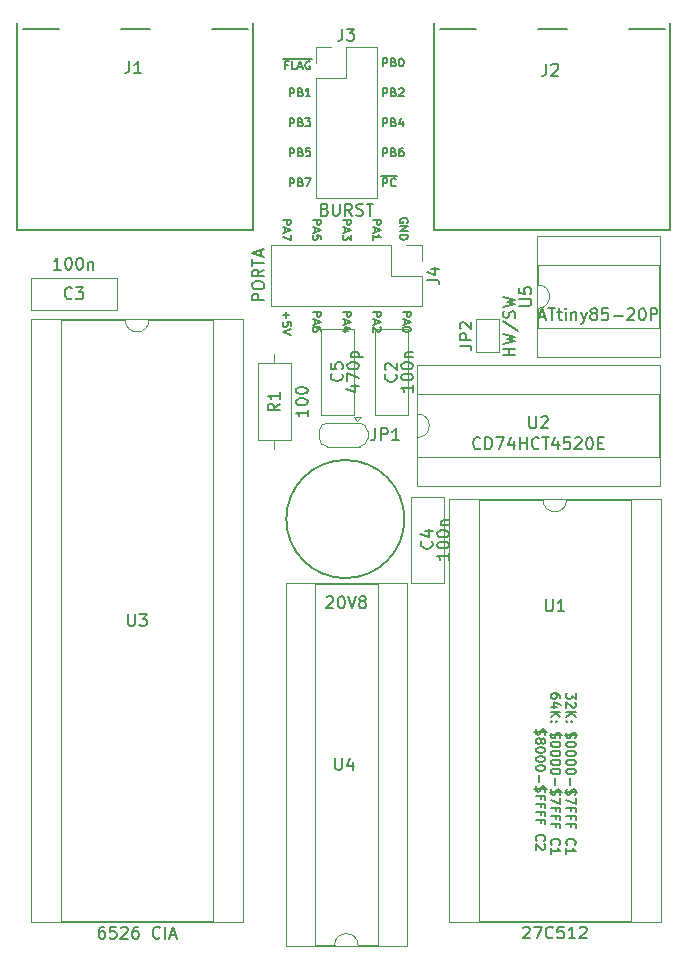
<source format=gto>
%TF.GenerationSoftware,KiCad,Pcbnew,(6.0.11)*%
%TF.CreationDate,2025-04-20T17:45:05+02:00*%
%TF.ProjectId,burstcart,62757273-7463-4617-9274-2e6b69636164,1.0*%
%TF.SameCoordinates,Original*%
%TF.FileFunction,Legend,Top*%
%TF.FilePolarity,Positive*%
%FSLAX46Y46*%
G04 Gerber Fmt 4.6, Leading zero omitted, Abs format (unit mm)*
G04 Created by KiCad (PCBNEW (6.0.11)) date 2025-04-20 17:45:05*
%MOMM*%
%LPD*%
G01*
G04 APERTURE LIST*
G04 Aperture macros list*
%AMRoundRect*
0 Rectangle with rounded corners*
0 $1 Rounding radius*
0 $2 $3 $4 $5 $6 $7 $8 $9 X,Y pos of 4 corners*
0 Add a 4 corners polygon primitive as box body*
4,1,4,$2,$3,$4,$5,$6,$7,$8,$9,$2,$3,0*
0 Add four circle primitives for the rounded corners*
1,1,$1+$1,$2,$3*
1,1,$1+$1,$4,$5*
1,1,$1+$1,$6,$7*
1,1,$1+$1,$8,$9*
0 Add four rect primitives between the rounded corners*
20,1,$1+$1,$2,$3,$4,$5,0*
20,1,$1+$1,$4,$5,$6,$7,0*
20,1,$1+$1,$6,$7,$8,$9,0*
20,1,$1+$1,$8,$9,$2,$3,0*%
%AMFreePoly0*
4,1,22,0.550000,-0.750000,0.000000,-0.750000,0.000000,-0.745033,-0.079941,-0.743568,-0.215256,-0.701293,-0.333266,-0.622738,-0.424486,-0.514219,-0.481581,-0.384460,-0.499164,-0.250000,-0.500000,-0.250000,-0.500000,0.250000,-0.499164,0.250000,-0.499963,0.256109,-0.478152,0.396186,-0.417904,0.524511,-0.324060,0.630769,-0.204165,0.706417,-0.067858,0.745374,0.000000,0.744959,0.000000,0.750000,
0.550000,0.750000,0.550000,-0.750000,0.550000,-0.750000,$1*%
%AMFreePoly1*
4,1,20,0.000000,0.744959,0.073905,0.744508,0.209726,0.703889,0.328688,0.626782,0.421226,0.519385,0.479903,0.390333,0.500000,0.250000,0.500000,-0.250000,0.499851,-0.262216,0.476331,-0.402017,0.414519,-0.529596,0.319384,-0.634700,0.198574,-0.708877,0.061801,-0.746166,0.000000,-0.745033,0.000000,-0.750000,-0.550000,-0.750000,-0.550000,0.750000,0.000000,0.750000,0.000000,0.744959,
0.000000,0.744959,$1*%
G04 Aperture macros list end*
%ADD10C,0.175000*%
%ADD11C,0.200000*%
%ADD12C,0.150000*%
%ADD13C,0.120000*%
%ADD14C,0.127000*%
%ADD15C,1.600000*%
%ADD16R,1.700000X1.700000*%
%ADD17O,1.700000X1.700000*%
%ADD18C,2.100000*%
%ADD19C,2.500000*%
%ADD20R,1.600000X1.600000*%
%ADD21O,1.600000X1.600000*%
%ADD22R,1.500000X1.000000*%
%ADD23C,5.000000*%
%ADD24RoundRect,0.163300X-0.337500X-4.512500X0.337500X-4.512500X0.337500X4.512500X-0.337500X4.512500X0*%
%ADD25FreePoly0,180.000000*%
%ADD26R,1.000000X1.500000*%
%ADD27FreePoly1,180.000000*%
G04 APERTURE END LIST*
D10*
X153512000Y-69152250D02*
X153545333Y-69085583D01*
X153545333Y-68985583D01*
X153512000Y-68885583D01*
X153445333Y-68818916D01*
X153378666Y-68785583D01*
X153245333Y-68752250D01*
X153145333Y-68752250D01*
X153012000Y-68785583D01*
X152945333Y-68818916D01*
X152878666Y-68885583D01*
X152845333Y-68985583D01*
X152845333Y-69052250D01*
X152878666Y-69152250D01*
X152912000Y-69185583D01*
X153145333Y-69185583D01*
X153145333Y-69052250D01*
X152845333Y-69485583D02*
X153545333Y-69485583D01*
X152845333Y-69885583D01*
X153545333Y-69885583D01*
X152845333Y-70218916D02*
X153545333Y-70218916D01*
X153545333Y-70385583D01*
X153512000Y-70485583D01*
X153445333Y-70552250D01*
X153378666Y-70585583D01*
X153245333Y-70618916D01*
X153145333Y-70618916D01*
X153012000Y-70585583D01*
X152945333Y-70552250D01*
X152878666Y-70485583D01*
X152845333Y-70385583D01*
X152845333Y-70218916D01*
X143206000Y-76734416D02*
X143206000Y-77267750D01*
X142939333Y-77001083D02*
X143472666Y-77001083D01*
X143639333Y-77934416D02*
X143639333Y-77601083D01*
X143306000Y-77567750D01*
X143339333Y-77601083D01*
X143372666Y-77667750D01*
X143372666Y-77834416D01*
X143339333Y-77901083D01*
X143306000Y-77934416D01*
X143239333Y-77967750D01*
X143072666Y-77967750D01*
X143006000Y-77934416D01*
X142972666Y-77901083D01*
X142939333Y-77834416D01*
X142939333Y-77667750D01*
X142972666Y-77601083D01*
X143006000Y-77567750D01*
X143639333Y-78167750D02*
X142939333Y-78401083D01*
X143639333Y-78634416D01*
X148019333Y-76734416D02*
X148719333Y-76734416D01*
X148719333Y-77001083D01*
X148686000Y-77067750D01*
X148652666Y-77101083D01*
X148586000Y-77134416D01*
X148486000Y-77134416D01*
X148419333Y-77101083D01*
X148386000Y-77067750D01*
X148352666Y-77001083D01*
X148352666Y-76734416D01*
X148219333Y-77401083D02*
X148219333Y-77734416D01*
X148019333Y-77334416D02*
X148719333Y-77567750D01*
X148019333Y-77801083D01*
X148486000Y-78334416D02*
X148019333Y-78334416D01*
X148752666Y-78167750D02*
X148252666Y-78001083D01*
X148252666Y-78434416D01*
X143528250Y-66102666D02*
X143528250Y-65402666D01*
X143794916Y-65402666D01*
X143861583Y-65436000D01*
X143894916Y-65469333D01*
X143928250Y-65536000D01*
X143928250Y-65636000D01*
X143894916Y-65702666D01*
X143861583Y-65736000D01*
X143794916Y-65769333D01*
X143528250Y-65769333D01*
X144461583Y-65736000D02*
X144561583Y-65769333D01*
X144594916Y-65802666D01*
X144628250Y-65869333D01*
X144628250Y-65969333D01*
X144594916Y-66036000D01*
X144561583Y-66069333D01*
X144494916Y-66102666D01*
X144228250Y-66102666D01*
X144228250Y-65402666D01*
X144461583Y-65402666D01*
X144528250Y-65436000D01*
X144561583Y-65469333D01*
X144594916Y-65536000D01*
X144594916Y-65602666D01*
X144561583Y-65669333D01*
X144528250Y-65702666D01*
X144461583Y-65736000D01*
X144228250Y-65736000D01*
X144861583Y-65402666D02*
X145328250Y-65402666D01*
X145028250Y-66102666D01*
X151410416Y-61022666D02*
X151410416Y-60322666D01*
X151677083Y-60322666D01*
X151743750Y-60356000D01*
X151777083Y-60389333D01*
X151810416Y-60456000D01*
X151810416Y-60556000D01*
X151777083Y-60622666D01*
X151743750Y-60656000D01*
X151677083Y-60689333D01*
X151410416Y-60689333D01*
X152343750Y-60656000D02*
X152443750Y-60689333D01*
X152477083Y-60722666D01*
X152510416Y-60789333D01*
X152510416Y-60889333D01*
X152477083Y-60956000D01*
X152443750Y-60989333D01*
X152377083Y-61022666D01*
X152110416Y-61022666D01*
X152110416Y-60322666D01*
X152343750Y-60322666D01*
X152410416Y-60356000D01*
X152443750Y-60389333D01*
X152477083Y-60456000D01*
X152477083Y-60522666D01*
X152443750Y-60589333D01*
X152410416Y-60622666D01*
X152343750Y-60656000D01*
X152110416Y-60656000D01*
X153110416Y-60556000D02*
X153110416Y-61022666D01*
X152943750Y-60289333D02*
X152777083Y-60789333D01*
X153210416Y-60789333D01*
X143528250Y-58482666D02*
X143528250Y-57782666D01*
X143794916Y-57782666D01*
X143861583Y-57816000D01*
X143894916Y-57849333D01*
X143928250Y-57916000D01*
X143928250Y-58016000D01*
X143894916Y-58082666D01*
X143861583Y-58116000D01*
X143794916Y-58149333D01*
X143528250Y-58149333D01*
X144461583Y-58116000D02*
X144561583Y-58149333D01*
X144594916Y-58182666D01*
X144628250Y-58249333D01*
X144628250Y-58349333D01*
X144594916Y-58416000D01*
X144561583Y-58449333D01*
X144494916Y-58482666D01*
X144228250Y-58482666D01*
X144228250Y-57782666D01*
X144461583Y-57782666D01*
X144528250Y-57816000D01*
X144561583Y-57849333D01*
X144594916Y-57916000D01*
X144594916Y-57982666D01*
X144561583Y-58049333D01*
X144528250Y-58082666D01*
X144461583Y-58116000D01*
X144228250Y-58116000D01*
X145294916Y-58482666D02*
X144894916Y-58482666D01*
X145094916Y-58482666D02*
X145094916Y-57782666D01*
X145028250Y-57882666D01*
X144961583Y-57949333D01*
X144894916Y-57982666D01*
X145479333Y-68952250D02*
X146179333Y-68952250D01*
X146179333Y-69218916D01*
X146146000Y-69285583D01*
X146112666Y-69318916D01*
X146046000Y-69352250D01*
X145946000Y-69352250D01*
X145879333Y-69318916D01*
X145846000Y-69285583D01*
X145812666Y-69218916D01*
X145812666Y-68952250D01*
X145679333Y-69618916D02*
X145679333Y-69952250D01*
X145479333Y-69552250D02*
X146179333Y-69785583D01*
X145479333Y-70018916D01*
X146179333Y-70585583D02*
X146179333Y-70252250D01*
X145846000Y-70218916D01*
X145879333Y-70252250D01*
X145912666Y-70318916D01*
X145912666Y-70485583D01*
X145879333Y-70552250D01*
X145846000Y-70585583D01*
X145779333Y-70618916D01*
X145612666Y-70618916D01*
X145546000Y-70585583D01*
X145512666Y-70552250D01*
X145479333Y-70485583D01*
X145479333Y-70318916D01*
X145512666Y-70252250D01*
X145546000Y-70218916D01*
X151410416Y-55942666D02*
X151410416Y-55242666D01*
X151677083Y-55242666D01*
X151743750Y-55276000D01*
X151777083Y-55309333D01*
X151810416Y-55376000D01*
X151810416Y-55476000D01*
X151777083Y-55542666D01*
X151743750Y-55576000D01*
X151677083Y-55609333D01*
X151410416Y-55609333D01*
X152343750Y-55576000D02*
X152443750Y-55609333D01*
X152477083Y-55642666D01*
X152510416Y-55709333D01*
X152510416Y-55809333D01*
X152477083Y-55876000D01*
X152443750Y-55909333D01*
X152377083Y-55942666D01*
X152110416Y-55942666D01*
X152110416Y-55242666D01*
X152343750Y-55242666D01*
X152410416Y-55276000D01*
X152443750Y-55309333D01*
X152477083Y-55376000D01*
X152477083Y-55442666D01*
X152443750Y-55509333D01*
X152410416Y-55542666D01*
X152343750Y-55576000D01*
X152110416Y-55576000D01*
X152943750Y-55242666D02*
X153010416Y-55242666D01*
X153077083Y-55276000D01*
X153110416Y-55309333D01*
X153143750Y-55376000D01*
X153177083Y-55509333D01*
X153177083Y-55676000D01*
X153143750Y-55809333D01*
X153110416Y-55876000D01*
X153077083Y-55909333D01*
X153010416Y-55942666D01*
X152943750Y-55942666D01*
X152877083Y-55909333D01*
X152843750Y-55876000D01*
X152810416Y-55809333D01*
X152777083Y-55676000D01*
X152777083Y-55509333D01*
X152810416Y-55376000D01*
X152843750Y-55309333D01*
X152877083Y-55276000D01*
X152943750Y-55242666D01*
X153099333Y-76734416D02*
X153799333Y-76734416D01*
X153799333Y-77001083D01*
X153766000Y-77067750D01*
X153732666Y-77101083D01*
X153666000Y-77134416D01*
X153566000Y-77134416D01*
X153499333Y-77101083D01*
X153466000Y-77067750D01*
X153432666Y-77001083D01*
X153432666Y-76734416D01*
X153299333Y-77401083D02*
X153299333Y-77734416D01*
X153099333Y-77334416D02*
X153799333Y-77567750D01*
X153099333Y-77801083D01*
X153799333Y-78167750D02*
X153799333Y-78234416D01*
X153766000Y-78301083D01*
X153732666Y-78334416D01*
X153666000Y-78367750D01*
X153532666Y-78401083D01*
X153366000Y-78401083D01*
X153232666Y-78367750D01*
X153166000Y-78334416D01*
X153132666Y-78301083D01*
X153099333Y-78234416D01*
X153099333Y-78167750D01*
X153132666Y-78101083D01*
X153166000Y-78067750D01*
X153232666Y-78034416D01*
X153366000Y-78001083D01*
X153532666Y-78001083D01*
X153666000Y-78034416D01*
X153732666Y-78067750D01*
X153766000Y-78101083D01*
X153799333Y-78167750D01*
X142939333Y-68952250D02*
X143639333Y-68952250D01*
X143639333Y-69218916D01*
X143606000Y-69285583D01*
X143572666Y-69318916D01*
X143506000Y-69352250D01*
X143406000Y-69352250D01*
X143339333Y-69318916D01*
X143306000Y-69285583D01*
X143272666Y-69218916D01*
X143272666Y-68952250D01*
X143139333Y-69618916D02*
X143139333Y-69952250D01*
X142939333Y-69552250D02*
X143639333Y-69785583D01*
X142939333Y-70018916D01*
X143639333Y-70185583D02*
X143639333Y-70652250D01*
X142939333Y-70352250D01*
X150559333Y-68952250D02*
X151259333Y-68952250D01*
X151259333Y-69218916D01*
X151226000Y-69285583D01*
X151192666Y-69318916D01*
X151126000Y-69352250D01*
X151026000Y-69352250D01*
X150959333Y-69318916D01*
X150926000Y-69285583D01*
X150892666Y-69218916D01*
X150892666Y-68952250D01*
X150759333Y-69618916D02*
X150759333Y-69952250D01*
X150559333Y-69552250D02*
X151259333Y-69785583D01*
X150559333Y-70018916D01*
X150559333Y-70618916D02*
X150559333Y-70218916D01*
X150559333Y-70418916D02*
X151259333Y-70418916D01*
X151159333Y-70352250D01*
X151092666Y-70285583D01*
X151059333Y-70218916D01*
X143528250Y-61022666D02*
X143528250Y-60322666D01*
X143794916Y-60322666D01*
X143861583Y-60356000D01*
X143894916Y-60389333D01*
X143928250Y-60456000D01*
X143928250Y-60556000D01*
X143894916Y-60622666D01*
X143861583Y-60656000D01*
X143794916Y-60689333D01*
X143528250Y-60689333D01*
X144461583Y-60656000D02*
X144561583Y-60689333D01*
X144594916Y-60722666D01*
X144628250Y-60789333D01*
X144628250Y-60889333D01*
X144594916Y-60956000D01*
X144561583Y-60989333D01*
X144494916Y-61022666D01*
X144228250Y-61022666D01*
X144228250Y-60322666D01*
X144461583Y-60322666D01*
X144528250Y-60356000D01*
X144561583Y-60389333D01*
X144594916Y-60456000D01*
X144594916Y-60522666D01*
X144561583Y-60589333D01*
X144528250Y-60622666D01*
X144461583Y-60656000D01*
X144228250Y-60656000D01*
X144861583Y-60322666D02*
X145294916Y-60322666D01*
X145061583Y-60589333D01*
X145161583Y-60589333D01*
X145228250Y-60622666D01*
X145261583Y-60656000D01*
X145294916Y-60722666D01*
X145294916Y-60889333D01*
X145261583Y-60956000D01*
X145228250Y-60989333D01*
X145161583Y-61022666D01*
X144961583Y-61022666D01*
X144894916Y-60989333D01*
X144861583Y-60956000D01*
D11*
X167746495Y-108984685D02*
X167746495Y-109479923D01*
X167441733Y-109213257D01*
X167441733Y-109327542D01*
X167403638Y-109403733D01*
X167365542Y-109441828D01*
X167289352Y-109479923D01*
X167098876Y-109479923D01*
X167022685Y-109441828D01*
X166984590Y-109403733D01*
X166946495Y-109327542D01*
X166946495Y-109098971D01*
X166984590Y-109022780D01*
X167022685Y-108984685D01*
X167670304Y-109784685D02*
X167708400Y-109822780D01*
X167746495Y-109898971D01*
X167746495Y-110089447D01*
X167708400Y-110165638D01*
X167670304Y-110203733D01*
X167594114Y-110241828D01*
X167517923Y-110241828D01*
X167403638Y-110203733D01*
X166946495Y-109746590D01*
X166946495Y-110241828D01*
X166946495Y-110584685D02*
X167746495Y-110584685D01*
X166946495Y-111041828D02*
X167403638Y-110698971D01*
X167746495Y-111041828D02*
X167289352Y-110584685D01*
X167022685Y-111384685D02*
X166984590Y-111422780D01*
X166946495Y-111384685D01*
X166984590Y-111346590D01*
X167022685Y-111384685D01*
X166946495Y-111384685D01*
X167441733Y-111384685D02*
X167403638Y-111422780D01*
X167365542Y-111384685D01*
X167403638Y-111346590D01*
X167441733Y-111384685D01*
X167365542Y-111384685D01*
X166984590Y-112337066D02*
X166946495Y-112451352D01*
X166946495Y-112641828D01*
X166984590Y-112718019D01*
X167022685Y-112756114D01*
X167098876Y-112794209D01*
X167175066Y-112794209D01*
X167251257Y-112756114D01*
X167289352Y-112718019D01*
X167327447Y-112641828D01*
X167365542Y-112489447D01*
X167403638Y-112413257D01*
X167441733Y-112375161D01*
X167517923Y-112337066D01*
X167594114Y-112337066D01*
X167670304Y-112375161D01*
X167708400Y-112413257D01*
X167746495Y-112489447D01*
X167746495Y-112679923D01*
X167708400Y-112794209D01*
X167860780Y-112565638D02*
X166832209Y-112565638D01*
X167746495Y-113289447D02*
X167746495Y-113365638D01*
X167708400Y-113441828D01*
X167670304Y-113479923D01*
X167594114Y-113518019D01*
X167441733Y-113556114D01*
X167251257Y-113556114D01*
X167098876Y-113518019D01*
X167022685Y-113479923D01*
X166984590Y-113441828D01*
X166946495Y-113365638D01*
X166946495Y-113289447D01*
X166984590Y-113213257D01*
X167022685Y-113175161D01*
X167098876Y-113137066D01*
X167251257Y-113098971D01*
X167441733Y-113098971D01*
X167594114Y-113137066D01*
X167670304Y-113175161D01*
X167708400Y-113213257D01*
X167746495Y-113289447D01*
X167746495Y-114051352D02*
X167746495Y-114127542D01*
X167708400Y-114203733D01*
X167670304Y-114241828D01*
X167594114Y-114279923D01*
X167441733Y-114318019D01*
X167251257Y-114318019D01*
X167098876Y-114279923D01*
X167022685Y-114241828D01*
X166984590Y-114203733D01*
X166946495Y-114127542D01*
X166946495Y-114051352D01*
X166984590Y-113975161D01*
X167022685Y-113937066D01*
X167098876Y-113898971D01*
X167251257Y-113860876D01*
X167441733Y-113860876D01*
X167594114Y-113898971D01*
X167670304Y-113937066D01*
X167708400Y-113975161D01*
X167746495Y-114051352D01*
X167746495Y-114813257D02*
X167746495Y-114889447D01*
X167708400Y-114965638D01*
X167670304Y-115003733D01*
X167594114Y-115041828D01*
X167441733Y-115079923D01*
X167251257Y-115079923D01*
X167098876Y-115041828D01*
X167022685Y-115003733D01*
X166984590Y-114965638D01*
X166946495Y-114889447D01*
X166946495Y-114813257D01*
X166984590Y-114737066D01*
X167022685Y-114698971D01*
X167098876Y-114660876D01*
X167251257Y-114622780D01*
X167441733Y-114622780D01*
X167594114Y-114660876D01*
X167670304Y-114698971D01*
X167708400Y-114737066D01*
X167746495Y-114813257D01*
X167746495Y-115575161D02*
X167746495Y-115651352D01*
X167708400Y-115727542D01*
X167670304Y-115765638D01*
X167594114Y-115803733D01*
X167441733Y-115841828D01*
X167251257Y-115841828D01*
X167098876Y-115803733D01*
X167022685Y-115765638D01*
X166984590Y-115727542D01*
X166946495Y-115651352D01*
X166946495Y-115575161D01*
X166984590Y-115498971D01*
X167022685Y-115460876D01*
X167098876Y-115422780D01*
X167251257Y-115384685D01*
X167441733Y-115384685D01*
X167594114Y-115422780D01*
X167670304Y-115460876D01*
X167708400Y-115498971D01*
X167746495Y-115575161D01*
X167251257Y-116184685D02*
X167251257Y-116794209D01*
X166984590Y-117137066D02*
X166946495Y-117251352D01*
X166946495Y-117441828D01*
X166984590Y-117518019D01*
X167022685Y-117556114D01*
X167098876Y-117594209D01*
X167175066Y-117594209D01*
X167251257Y-117556114D01*
X167289352Y-117518019D01*
X167327447Y-117441828D01*
X167365542Y-117289447D01*
X167403638Y-117213257D01*
X167441733Y-117175161D01*
X167517923Y-117137066D01*
X167594114Y-117137066D01*
X167670304Y-117175161D01*
X167708400Y-117213257D01*
X167746495Y-117289447D01*
X167746495Y-117479923D01*
X167708400Y-117594209D01*
X167860780Y-117365638D02*
X166832209Y-117365638D01*
X167746495Y-117860876D02*
X167746495Y-118394209D01*
X166946495Y-118051352D01*
X167365542Y-118965638D02*
X167365542Y-118698971D01*
X166946495Y-118698971D02*
X167746495Y-118698971D01*
X167746495Y-119079923D01*
X167365542Y-119651352D02*
X167365542Y-119384685D01*
X166946495Y-119384685D02*
X167746495Y-119384685D01*
X167746495Y-119765638D01*
X167365542Y-120337066D02*
X167365542Y-120070400D01*
X166946495Y-120070400D02*
X167746495Y-120070400D01*
X167746495Y-120451352D01*
X167022685Y-121822780D02*
X166984590Y-121784685D01*
X166946495Y-121670400D01*
X166946495Y-121594209D01*
X166984590Y-121479923D01*
X167060780Y-121403733D01*
X167136971Y-121365638D01*
X167289352Y-121327542D01*
X167403638Y-121327542D01*
X167556019Y-121365638D01*
X167632209Y-121403733D01*
X167708400Y-121479923D01*
X167746495Y-121594209D01*
X167746495Y-121670400D01*
X167708400Y-121784685D01*
X167670304Y-121822780D01*
X166946495Y-122584685D02*
X166946495Y-122127542D01*
X166946495Y-122356114D02*
X167746495Y-122356114D01*
X167632209Y-122279923D01*
X167556019Y-122203733D01*
X167517923Y-122127542D01*
X166458495Y-109403733D02*
X166458495Y-109251352D01*
X166420400Y-109175161D01*
X166382304Y-109137066D01*
X166268019Y-109060876D01*
X166115638Y-109022780D01*
X165810876Y-109022780D01*
X165734685Y-109060876D01*
X165696590Y-109098971D01*
X165658495Y-109175161D01*
X165658495Y-109327542D01*
X165696590Y-109403733D01*
X165734685Y-109441828D01*
X165810876Y-109479923D01*
X166001352Y-109479923D01*
X166077542Y-109441828D01*
X166115638Y-109403733D01*
X166153733Y-109327542D01*
X166153733Y-109175161D01*
X166115638Y-109098971D01*
X166077542Y-109060876D01*
X166001352Y-109022780D01*
X166191828Y-110165638D02*
X165658495Y-110165638D01*
X166496590Y-109975161D02*
X165925161Y-109784685D01*
X165925161Y-110279923D01*
X165658495Y-110584685D02*
X166458495Y-110584685D01*
X165658495Y-111041828D02*
X166115638Y-110698971D01*
X166458495Y-111041828D02*
X166001352Y-110584685D01*
X165734685Y-111384685D02*
X165696590Y-111422780D01*
X165658495Y-111384685D01*
X165696590Y-111346590D01*
X165734685Y-111384685D01*
X165658495Y-111384685D01*
X166153733Y-111384685D02*
X166115638Y-111422780D01*
X166077542Y-111384685D01*
X166115638Y-111346590D01*
X166153733Y-111384685D01*
X166077542Y-111384685D01*
X165696590Y-112337066D02*
X165658495Y-112451352D01*
X165658495Y-112641828D01*
X165696590Y-112718019D01*
X165734685Y-112756114D01*
X165810876Y-112794209D01*
X165887066Y-112794209D01*
X165963257Y-112756114D01*
X166001352Y-112718019D01*
X166039447Y-112641828D01*
X166077542Y-112489447D01*
X166115638Y-112413257D01*
X166153733Y-112375161D01*
X166229923Y-112337066D01*
X166306114Y-112337066D01*
X166382304Y-112375161D01*
X166420400Y-112413257D01*
X166458495Y-112489447D01*
X166458495Y-112679923D01*
X166420400Y-112794209D01*
X166572780Y-112565638D02*
X165544209Y-112565638D01*
X166458495Y-113289447D02*
X166458495Y-113365638D01*
X166420400Y-113441828D01*
X166382304Y-113479923D01*
X166306114Y-113518019D01*
X166153733Y-113556114D01*
X165963257Y-113556114D01*
X165810876Y-113518019D01*
X165734685Y-113479923D01*
X165696590Y-113441828D01*
X165658495Y-113365638D01*
X165658495Y-113289447D01*
X165696590Y-113213257D01*
X165734685Y-113175161D01*
X165810876Y-113137066D01*
X165963257Y-113098971D01*
X166153733Y-113098971D01*
X166306114Y-113137066D01*
X166382304Y-113175161D01*
X166420400Y-113213257D01*
X166458495Y-113289447D01*
X166458495Y-114051352D02*
X166458495Y-114127542D01*
X166420400Y-114203733D01*
X166382304Y-114241828D01*
X166306114Y-114279923D01*
X166153733Y-114318019D01*
X165963257Y-114318019D01*
X165810876Y-114279923D01*
X165734685Y-114241828D01*
X165696590Y-114203733D01*
X165658495Y-114127542D01*
X165658495Y-114051352D01*
X165696590Y-113975161D01*
X165734685Y-113937066D01*
X165810876Y-113898971D01*
X165963257Y-113860876D01*
X166153733Y-113860876D01*
X166306114Y-113898971D01*
X166382304Y-113937066D01*
X166420400Y-113975161D01*
X166458495Y-114051352D01*
X166458495Y-114813257D02*
X166458495Y-114889447D01*
X166420400Y-114965638D01*
X166382304Y-115003733D01*
X166306114Y-115041828D01*
X166153733Y-115079923D01*
X165963257Y-115079923D01*
X165810876Y-115041828D01*
X165734685Y-115003733D01*
X165696590Y-114965638D01*
X165658495Y-114889447D01*
X165658495Y-114813257D01*
X165696590Y-114737066D01*
X165734685Y-114698971D01*
X165810876Y-114660876D01*
X165963257Y-114622780D01*
X166153733Y-114622780D01*
X166306114Y-114660876D01*
X166382304Y-114698971D01*
X166420400Y-114737066D01*
X166458495Y-114813257D01*
X166458495Y-115575161D02*
X166458495Y-115651352D01*
X166420400Y-115727542D01*
X166382304Y-115765638D01*
X166306114Y-115803733D01*
X166153733Y-115841828D01*
X165963257Y-115841828D01*
X165810876Y-115803733D01*
X165734685Y-115765638D01*
X165696590Y-115727542D01*
X165658495Y-115651352D01*
X165658495Y-115575161D01*
X165696590Y-115498971D01*
X165734685Y-115460876D01*
X165810876Y-115422780D01*
X165963257Y-115384685D01*
X166153733Y-115384685D01*
X166306114Y-115422780D01*
X166382304Y-115460876D01*
X166420400Y-115498971D01*
X166458495Y-115575161D01*
X165963257Y-116184685D02*
X165963257Y-116794209D01*
X165696590Y-117137066D02*
X165658495Y-117251352D01*
X165658495Y-117441828D01*
X165696590Y-117518019D01*
X165734685Y-117556114D01*
X165810876Y-117594209D01*
X165887066Y-117594209D01*
X165963257Y-117556114D01*
X166001352Y-117518019D01*
X166039447Y-117441828D01*
X166077542Y-117289447D01*
X166115638Y-117213257D01*
X166153733Y-117175161D01*
X166229923Y-117137066D01*
X166306114Y-117137066D01*
X166382304Y-117175161D01*
X166420400Y-117213257D01*
X166458495Y-117289447D01*
X166458495Y-117479923D01*
X166420400Y-117594209D01*
X166572780Y-117365638D02*
X165544209Y-117365638D01*
X166458495Y-117860876D02*
X166458495Y-118394209D01*
X165658495Y-118051352D01*
X166077542Y-118965638D02*
X166077542Y-118698971D01*
X165658495Y-118698971D02*
X166458495Y-118698971D01*
X166458495Y-119079923D01*
X166077542Y-119651352D02*
X166077542Y-119384685D01*
X165658495Y-119384685D02*
X166458495Y-119384685D01*
X166458495Y-119765638D01*
X166077542Y-120337066D02*
X166077542Y-120070400D01*
X165658495Y-120070400D02*
X166458495Y-120070400D01*
X166458495Y-120451352D01*
X165734685Y-121822780D02*
X165696590Y-121784685D01*
X165658495Y-121670400D01*
X165658495Y-121594209D01*
X165696590Y-121479923D01*
X165772780Y-121403733D01*
X165848971Y-121365638D01*
X166001352Y-121327542D01*
X166115638Y-121327542D01*
X166268019Y-121365638D01*
X166344209Y-121403733D01*
X166420400Y-121479923D01*
X166458495Y-121594209D01*
X166458495Y-121670400D01*
X166420400Y-121784685D01*
X166382304Y-121822780D01*
X165658495Y-122584685D02*
X165658495Y-122127542D01*
X165658495Y-122356114D02*
X166458495Y-122356114D01*
X166344209Y-122279923D01*
X166268019Y-122203733D01*
X166229923Y-122127542D01*
X164408590Y-112070400D02*
X164370495Y-112184685D01*
X164370495Y-112375161D01*
X164408590Y-112451352D01*
X164446685Y-112489447D01*
X164522876Y-112527542D01*
X164599066Y-112527542D01*
X164675257Y-112489447D01*
X164713352Y-112451352D01*
X164751447Y-112375161D01*
X164789542Y-112222780D01*
X164827638Y-112146590D01*
X164865733Y-112108495D01*
X164941923Y-112070400D01*
X165018114Y-112070400D01*
X165094304Y-112108495D01*
X165132400Y-112146590D01*
X165170495Y-112222780D01*
X165170495Y-112413257D01*
X165132400Y-112527542D01*
X165284780Y-112298971D02*
X164256209Y-112298971D01*
X164827638Y-112984685D02*
X164865733Y-112908495D01*
X164903828Y-112870400D01*
X164980019Y-112832304D01*
X165018114Y-112832304D01*
X165094304Y-112870400D01*
X165132400Y-112908495D01*
X165170495Y-112984685D01*
X165170495Y-113137066D01*
X165132400Y-113213257D01*
X165094304Y-113251352D01*
X165018114Y-113289447D01*
X164980019Y-113289447D01*
X164903828Y-113251352D01*
X164865733Y-113213257D01*
X164827638Y-113137066D01*
X164827638Y-112984685D01*
X164789542Y-112908495D01*
X164751447Y-112870400D01*
X164675257Y-112832304D01*
X164522876Y-112832304D01*
X164446685Y-112870400D01*
X164408590Y-112908495D01*
X164370495Y-112984685D01*
X164370495Y-113137066D01*
X164408590Y-113213257D01*
X164446685Y-113251352D01*
X164522876Y-113289447D01*
X164675257Y-113289447D01*
X164751447Y-113251352D01*
X164789542Y-113213257D01*
X164827638Y-113137066D01*
X165170495Y-113784685D02*
X165170495Y-113860876D01*
X165132400Y-113937066D01*
X165094304Y-113975161D01*
X165018114Y-114013257D01*
X164865733Y-114051352D01*
X164675257Y-114051352D01*
X164522876Y-114013257D01*
X164446685Y-113975161D01*
X164408590Y-113937066D01*
X164370495Y-113860876D01*
X164370495Y-113784685D01*
X164408590Y-113708495D01*
X164446685Y-113670400D01*
X164522876Y-113632304D01*
X164675257Y-113594209D01*
X164865733Y-113594209D01*
X165018114Y-113632304D01*
X165094304Y-113670400D01*
X165132400Y-113708495D01*
X165170495Y-113784685D01*
X165170495Y-114546590D02*
X165170495Y-114622780D01*
X165132400Y-114698971D01*
X165094304Y-114737066D01*
X165018114Y-114775161D01*
X164865733Y-114813257D01*
X164675257Y-114813257D01*
X164522876Y-114775161D01*
X164446685Y-114737066D01*
X164408590Y-114698971D01*
X164370495Y-114622780D01*
X164370495Y-114546590D01*
X164408590Y-114470400D01*
X164446685Y-114432304D01*
X164522876Y-114394209D01*
X164675257Y-114356114D01*
X164865733Y-114356114D01*
X165018114Y-114394209D01*
X165094304Y-114432304D01*
X165132400Y-114470400D01*
X165170495Y-114546590D01*
X165170495Y-115308495D02*
X165170495Y-115384685D01*
X165132400Y-115460876D01*
X165094304Y-115498971D01*
X165018114Y-115537066D01*
X164865733Y-115575161D01*
X164675257Y-115575161D01*
X164522876Y-115537066D01*
X164446685Y-115498971D01*
X164408590Y-115460876D01*
X164370495Y-115384685D01*
X164370495Y-115308495D01*
X164408590Y-115232304D01*
X164446685Y-115194209D01*
X164522876Y-115156114D01*
X164675257Y-115118019D01*
X164865733Y-115118019D01*
X165018114Y-115156114D01*
X165094304Y-115194209D01*
X165132400Y-115232304D01*
X165170495Y-115308495D01*
X164675257Y-115918019D02*
X164675257Y-116527542D01*
X164408590Y-116870400D02*
X164370495Y-116984685D01*
X164370495Y-117175161D01*
X164408590Y-117251352D01*
X164446685Y-117289447D01*
X164522876Y-117327542D01*
X164599066Y-117327542D01*
X164675257Y-117289447D01*
X164713352Y-117251352D01*
X164751447Y-117175161D01*
X164789542Y-117022780D01*
X164827638Y-116946590D01*
X164865733Y-116908495D01*
X164941923Y-116870400D01*
X165018114Y-116870400D01*
X165094304Y-116908495D01*
X165132400Y-116946590D01*
X165170495Y-117022780D01*
X165170495Y-117213257D01*
X165132400Y-117327542D01*
X165284780Y-117098971D02*
X164256209Y-117098971D01*
X164789542Y-117937066D02*
X164789542Y-117670400D01*
X164370495Y-117670400D02*
X165170495Y-117670400D01*
X165170495Y-118051352D01*
X164789542Y-118622780D02*
X164789542Y-118356114D01*
X164370495Y-118356114D02*
X165170495Y-118356114D01*
X165170495Y-118737066D01*
X164789542Y-119308495D02*
X164789542Y-119041828D01*
X164370495Y-119041828D02*
X165170495Y-119041828D01*
X165170495Y-119422780D01*
X164789542Y-119994209D02*
X164789542Y-119727542D01*
X164370495Y-119727542D02*
X165170495Y-119727542D01*
X165170495Y-120108495D01*
X164446685Y-121479923D02*
X164408590Y-121441828D01*
X164370495Y-121327542D01*
X164370495Y-121251352D01*
X164408590Y-121137066D01*
X164484780Y-121060876D01*
X164560971Y-121022780D01*
X164713352Y-120984685D01*
X164827638Y-120984685D01*
X164980019Y-121022780D01*
X165056209Y-121060876D01*
X165132400Y-121137066D01*
X165170495Y-121251352D01*
X165170495Y-121327542D01*
X165132400Y-121441828D01*
X165094304Y-121479923D01*
X165094304Y-121784685D02*
X165132400Y-121822780D01*
X165170495Y-121898971D01*
X165170495Y-122089447D01*
X165132400Y-122165638D01*
X165094304Y-122203733D01*
X165018114Y-122241828D01*
X164941923Y-122241828D01*
X164827638Y-122203733D01*
X164370495Y-121746590D01*
X164370495Y-122241828D01*
D10*
X143528250Y-63562666D02*
X143528250Y-62862666D01*
X143794916Y-62862666D01*
X143861583Y-62896000D01*
X143894916Y-62929333D01*
X143928250Y-62996000D01*
X143928250Y-63096000D01*
X143894916Y-63162666D01*
X143861583Y-63196000D01*
X143794916Y-63229333D01*
X143528250Y-63229333D01*
X144461583Y-63196000D02*
X144561583Y-63229333D01*
X144594916Y-63262666D01*
X144628250Y-63329333D01*
X144628250Y-63429333D01*
X144594916Y-63496000D01*
X144561583Y-63529333D01*
X144494916Y-63562666D01*
X144228250Y-63562666D01*
X144228250Y-62862666D01*
X144461583Y-62862666D01*
X144528250Y-62896000D01*
X144561583Y-62929333D01*
X144594916Y-62996000D01*
X144594916Y-63062666D01*
X144561583Y-63129333D01*
X144528250Y-63162666D01*
X144461583Y-63196000D01*
X144228250Y-63196000D01*
X145261583Y-62862666D02*
X144928250Y-62862666D01*
X144894916Y-63196000D01*
X144928250Y-63162666D01*
X144994916Y-63129333D01*
X145161583Y-63129333D01*
X145228250Y-63162666D01*
X145261583Y-63196000D01*
X145294916Y-63262666D01*
X145294916Y-63429333D01*
X145261583Y-63496000D01*
X145228250Y-63529333D01*
X145161583Y-63562666D01*
X144994916Y-63562666D01*
X144928250Y-63529333D01*
X144894916Y-63496000D01*
X151243750Y-65205000D02*
X151943750Y-65205000D01*
X151410416Y-66102666D02*
X151410416Y-65402666D01*
X151677083Y-65402666D01*
X151743750Y-65436000D01*
X151777083Y-65469333D01*
X151810416Y-65536000D01*
X151810416Y-65636000D01*
X151777083Y-65702666D01*
X151743750Y-65736000D01*
X151677083Y-65769333D01*
X151410416Y-65769333D01*
X151943750Y-65205000D02*
X152643750Y-65205000D01*
X152510416Y-66036000D02*
X152477083Y-66069333D01*
X152377083Y-66102666D01*
X152310416Y-66102666D01*
X152210416Y-66069333D01*
X152143750Y-66002666D01*
X152110416Y-65936000D01*
X152077083Y-65802666D01*
X152077083Y-65702666D01*
X152110416Y-65569333D01*
X152143750Y-65502666D01*
X152210416Y-65436000D01*
X152310416Y-65402666D01*
X152377083Y-65402666D01*
X152477083Y-65436000D01*
X152510416Y-65469333D01*
X150559333Y-76734416D02*
X151259333Y-76734416D01*
X151259333Y-77001083D01*
X151226000Y-77067750D01*
X151192666Y-77101083D01*
X151126000Y-77134416D01*
X151026000Y-77134416D01*
X150959333Y-77101083D01*
X150926000Y-77067750D01*
X150892666Y-77001083D01*
X150892666Y-76734416D01*
X150759333Y-77401083D02*
X150759333Y-77734416D01*
X150559333Y-77334416D02*
X151259333Y-77567750D01*
X150559333Y-77801083D01*
X151192666Y-78001083D02*
X151226000Y-78034416D01*
X151259333Y-78101083D01*
X151259333Y-78267750D01*
X151226000Y-78334416D01*
X151192666Y-78367750D01*
X151126000Y-78401083D01*
X151059333Y-78401083D01*
X150959333Y-78367750D01*
X150559333Y-77967750D01*
X150559333Y-78401083D01*
X148019333Y-68952250D02*
X148719333Y-68952250D01*
X148719333Y-69218916D01*
X148686000Y-69285583D01*
X148652666Y-69318916D01*
X148586000Y-69352250D01*
X148486000Y-69352250D01*
X148419333Y-69318916D01*
X148386000Y-69285583D01*
X148352666Y-69218916D01*
X148352666Y-68952250D01*
X148219333Y-69618916D02*
X148219333Y-69952250D01*
X148019333Y-69552250D02*
X148719333Y-69785583D01*
X148019333Y-70018916D01*
X148719333Y-70185583D02*
X148719333Y-70618916D01*
X148452666Y-70385583D01*
X148452666Y-70485583D01*
X148419333Y-70552250D01*
X148386000Y-70585583D01*
X148319333Y-70618916D01*
X148152666Y-70618916D01*
X148086000Y-70585583D01*
X148052666Y-70552250D01*
X148019333Y-70485583D01*
X148019333Y-70285583D01*
X148052666Y-70218916D01*
X148086000Y-70185583D01*
X151410416Y-58482666D02*
X151410416Y-57782666D01*
X151677083Y-57782666D01*
X151743750Y-57816000D01*
X151777083Y-57849333D01*
X151810416Y-57916000D01*
X151810416Y-58016000D01*
X151777083Y-58082666D01*
X151743750Y-58116000D01*
X151677083Y-58149333D01*
X151410416Y-58149333D01*
X152343750Y-58116000D02*
X152443750Y-58149333D01*
X152477083Y-58182666D01*
X152510416Y-58249333D01*
X152510416Y-58349333D01*
X152477083Y-58416000D01*
X152443750Y-58449333D01*
X152377083Y-58482666D01*
X152110416Y-58482666D01*
X152110416Y-57782666D01*
X152343750Y-57782666D01*
X152410416Y-57816000D01*
X152443750Y-57849333D01*
X152477083Y-57916000D01*
X152477083Y-57982666D01*
X152443750Y-58049333D01*
X152410416Y-58082666D01*
X152343750Y-58116000D01*
X152110416Y-58116000D01*
X152777083Y-57849333D02*
X152810416Y-57816000D01*
X152877083Y-57782666D01*
X153043750Y-57782666D01*
X153110416Y-57816000D01*
X153143750Y-57849333D01*
X153177083Y-57916000D01*
X153177083Y-57982666D01*
X153143750Y-58082666D01*
X152743750Y-58482666D01*
X153177083Y-58482666D01*
X145479333Y-76734416D02*
X146179333Y-76734416D01*
X146179333Y-77001083D01*
X146146000Y-77067750D01*
X146112666Y-77101083D01*
X146046000Y-77134416D01*
X145946000Y-77134416D01*
X145879333Y-77101083D01*
X145846000Y-77067750D01*
X145812666Y-77001083D01*
X145812666Y-76734416D01*
X145679333Y-77401083D02*
X145679333Y-77734416D01*
X145479333Y-77334416D02*
X146179333Y-77567750D01*
X145479333Y-77801083D01*
X146179333Y-78334416D02*
X146179333Y-78201083D01*
X146146000Y-78134416D01*
X146112666Y-78101083D01*
X146012666Y-78034416D01*
X145879333Y-78001083D01*
X145612666Y-78001083D01*
X145546000Y-78034416D01*
X145512666Y-78067750D01*
X145479333Y-78134416D01*
X145479333Y-78267750D01*
X145512666Y-78334416D01*
X145546000Y-78367750D01*
X145612666Y-78401083D01*
X145779333Y-78401083D01*
X145846000Y-78367750D01*
X145879333Y-78334416D01*
X145912666Y-78267750D01*
X145912666Y-78134416D01*
X145879333Y-78067750D01*
X145846000Y-78034416D01*
X145779333Y-78001083D01*
X142961583Y-55299000D02*
X143561583Y-55299000D01*
X143361583Y-55830000D02*
X143128250Y-55830000D01*
X143128250Y-56196666D02*
X143128250Y-55496666D01*
X143461583Y-55496666D01*
X143561583Y-55299000D02*
X144128250Y-55299000D01*
X144061583Y-56196666D02*
X143728250Y-56196666D01*
X143728250Y-55496666D01*
X144128250Y-55299000D02*
X144728250Y-55299000D01*
X144261583Y-55996666D02*
X144594916Y-55996666D01*
X144194916Y-56196666D02*
X144428250Y-55496666D01*
X144661583Y-56196666D01*
X144728250Y-55299000D02*
X145428250Y-55299000D01*
X145261583Y-55530000D02*
X145194916Y-55496666D01*
X145094916Y-55496666D01*
X144994916Y-55530000D01*
X144928250Y-55596666D01*
X144894916Y-55663333D01*
X144861583Y-55796666D01*
X144861583Y-55896666D01*
X144894916Y-56030000D01*
X144928250Y-56096666D01*
X144994916Y-56163333D01*
X145094916Y-56196666D01*
X145161583Y-56196666D01*
X145261583Y-56163333D01*
X145294916Y-56130000D01*
X145294916Y-55896666D01*
X145161583Y-55896666D01*
X151410416Y-63562666D02*
X151410416Y-62862666D01*
X151677083Y-62862666D01*
X151743750Y-62896000D01*
X151777083Y-62929333D01*
X151810416Y-62996000D01*
X151810416Y-63096000D01*
X151777083Y-63162666D01*
X151743750Y-63196000D01*
X151677083Y-63229333D01*
X151410416Y-63229333D01*
X152343750Y-63196000D02*
X152443750Y-63229333D01*
X152477083Y-63262666D01*
X152510416Y-63329333D01*
X152510416Y-63429333D01*
X152477083Y-63496000D01*
X152443750Y-63529333D01*
X152377083Y-63562666D01*
X152110416Y-63562666D01*
X152110416Y-62862666D01*
X152343750Y-62862666D01*
X152410416Y-62896000D01*
X152443750Y-62929333D01*
X152477083Y-62996000D01*
X152477083Y-63062666D01*
X152443750Y-63129333D01*
X152410416Y-63162666D01*
X152343750Y-63196000D01*
X152110416Y-63196000D01*
X153110416Y-62862666D02*
X152977083Y-62862666D01*
X152910416Y-62896000D01*
X152877083Y-62929333D01*
X152810416Y-63029333D01*
X152777083Y-63162666D01*
X152777083Y-63429333D01*
X152810416Y-63496000D01*
X152843750Y-63529333D01*
X152910416Y-63562666D01*
X153043750Y-63562666D01*
X153110416Y-63529333D01*
X153143750Y-63496000D01*
X153177083Y-63429333D01*
X153177083Y-63262666D01*
X153143750Y-63196000D01*
X153110416Y-63162666D01*
X153043750Y-63129333D01*
X152910416Y-63129333D01*
X152843750Y-63162666D01*
X152810416Y-63196000D01*
X152777083Y-63262666D01*
D12*
%TO.C,C3*%
X125095333Y-75541142D02*
X125047714Y-75588761D01*
X124904857Y-75636380D01*
X124809619Y-75636380D01*
X124666761Y-75588761D01*
X124571523Y-75493523D01*
X124523904Y-75398285D01*
X124476285Y-75207809D01*
X124476285Y-75064952D01*
X124523904Y-74874476D01*
X124571523Y-74779238D01*
X124666761Y-74684000D01*
X124809619Y-74636380D01*
X124904857Y-74636380D01*
X125047714Y-74684000D01*
X125095333Y-74731619D01*
X125428666Y-74636380D02*
X126047714Y-74636380D01*
X125714380Y-75017333D01*
X125857238Y-75017333D01*
X125952476Y-75064952D01*
X126000095Y-75112571D01*
X126047714Y-75207809D01*
X126047714Y-75445904D01*
X126000095Y-75541142D01*
X125952476Y-75588761D01*
X125857238Y-75636380D01*
X125571523Y-75636380D01*
X125476285Y-75588761D01*
X125428666Y-75541142D01*
X124142952Y-73136380D02*
X123571523Y-73136380D01*
X123857238Y-73136380D02*
X123857238Y-72136380D01*
X123762000Y-72279238D01*
X123666761Y-72374476D01*
X123571523Y-72422095D01*
X124762000Y-72136380D02*
X124857238Y-72136380D01*
X124952476Y-72184000D01*
X125000095Y-72231619D01*
X125047714Y-72326857D01*
X125095333Y-72517333D01*
X125095333Y-72755428D01*
X125047714Y-72945904D01*
X125000095Y-73041142D01*
X124952476Y-73088761D01*
X124857238Y-73136380D01*
X124762000Y-73136380D01*
X124666761Y-73088761D01*
X124619142Y-73041142D01*
X124571523Y-72945904D01*
X124523904Y-72755428D01*
X124523904Y-72517333D01*
X124571523Y-72326857D01*
X124619142Y-72231619D01*
X124666761Y-72184000D01*
X124762000Y-72136380D01*
X125714380Y-72136380D02*
X125809619Y-72136380D01*
X125904857Y-72184000D01*
X125952476Y-72231619D01*
X126000095Y-72326857D01*
X126047714Y-72517333D01*
X126047714Y-72755428D01*
X126000095Y-72945904D01*
X125952476Y-73041142D01*
X125904857Y-73088761D01*
X125809619Y-73136380D01*
X125714380Y-73136380D01*
X125619142Y-73088761D01*
X125571523Y-73041142D01*
X125523904Y-72945904D01*
X125476285Y-72755428D01*
X125476285Y-72517333D01*
X125523904Y-72326857D01*
X125571523Y-72231619D01*
X125619142Y-72184000D01*
X125714380Y-72136380D01*
X126476285Y-72469714D02*
X126476285Y-73136380D01*
X126476285Y-72564952D02*
X126523904Y-72517333D01*
X126619142Y-72469714D01*
X126762000Y-72469714D01*
X126857238Y-72517333D01*
X126904857Y-72612571D01*
X126904857Y-73136380D01*
%TO.C,J3*%
X148002666Y-52748380D02*
X148002666Y-53462666D01*
X147955047Y-53605523D01*
X147859809Y-53700761D01*
X147716952Y-53748380D01*
X147621714Y-53748380D01*
X148383619Y-52748380D02*
X149002666Y-52748380D01*
X148669333Y-53129333D01*
X148812190Y-53129333D01*
X148907428Y-53176952D01*
X148955047Y-53224571D01*
X149002666Y-53319809D01*
X149002666Y-53557904D01*
X148955047Y-53653142D01*
X148907428Y-53700761D01*
X148812190Y-53748380D01*
X148526476Y-53748380D01*
X148431238Y-53700761D01*
X148383619Y-53653142D01*
X146526476Y-68044571D02*
X146669333Y-68092190D01*
X146716952Y-68139809D01*
X146764571Y-68235047D01*
X146764571Y-68377904D01*
X146716952Y-68473142D01*
X146669333Y-68520761D01*
X146574095Y-68568380D01*
X146193142Y-68568380D01*
X146193142Y-67568380D01*
X146526476Y-67568380D01*
X146621714Y-67616000D01*
X146669333Y-67663619D01*
X146716952Y-67758857D01*
X146716952Y-67854095D01*
X146669333Y-67949333D01*
X146621714Y-67996952D01*
X146526476Y-68044571D01*
X146193142Y-68044571D01*
X147193142Y-67568380D02*
X147193142Y-68377904D01*
X147240761Y-68473142D01*
X147288380Y-68520761D01*
X147383619Y-68568380D01*
X147574095Y-68568380D01*
X147669333Y-68520761D01*
X147716952Y-68473142D01*
X147764571Y-68377904D01*
X147764571Y-67568380D01*
X148812190Y-68568380D02*
X148478857Y-68092190D01*
X148240761Y-68568380D02*
X148240761Y-67568380D01*
X148621714Y-67568380D01*
X148716952Y-67616000D01*
X148764571Y-67663619D01*
X148812190Y-67758857D01*
X148812190Y-67901714D01*
X148764571Y-67996952D01*
X148716952Y-68044571D01*
X148621714Y-68092190D01*
X148240761Y-68092190D01*
X149193142Y-68520761D02*
X149336000Y-68568380D01*
X149574095Y-68568380D01*
X149669333Y-68520761D01*
X149716952Y-68473142D01*
X149764571Y-68377904D01*
X149764571Y-68282666D01*
X149716952Y-68187428D01*
X149669333Y-68139809D01*
X149574095Y-68092190D01*
X149383619Y-68044571D01*
X149288380Y-67996952D01*
X149240761Y-67949333D01*
X149193142Y-67854095D01*
X149193142Y-67758857D01*
X149240761Y-67663619D01*
X149288380Y-67616000D01*
X149383619Y-67568380D01*
X149621714Y-67568380D01*
X149764571Y-67616000D01*
X150050285Y-67568380D02*
X150621714Y-67568380D01*
X150336000Y-68568380D02*
X150336000Y-67568380D01*
%TO.C,J1*%
X129968666Y-55496380D02*
X129968666Y-56210666D01*
X129921047Y-56353523D01*
X129825809Y-56448761D01*
X129682952Y-56496380D01*
X129587714Y-56496380D01*
X130968666Y-56496380D02*
X130397238Y-56496380D01*
X130682952Y-56496380D02*
X130682952Y-55496380D01*
X130587714Y-55639238D01*
X130492476Y-55734476D01*
X130397238Y-55782095D01*
%TO.C,U1*%
X165233095Y-101052380D02*
X165233095Y-101861904D01*
X165280714Y-101957142D01*
X165328333Y-102004761D01*
X165423571Y-102052380D01*
X165614047Y-102052380D01*
X165709285Y-102004761D01*
X165756904Y-101957142D01*
X165804523Y-101861904D01*
X165804523Y-101052380D01*
X166804523Y-102052380D02*
X166233095Y-102052380D01*
X166518809Y-102052380D02*
X166518809Y-101052380D01*
X166423571Y-101195238D01*
X166328333Y-101290476D01*
X166233095Y-101338095D01*
X163304523Y-128862619D02*
X163352142Y-128815000D01*
X163447380Y-128767380D01*
X163685476Y-128767380D01*
X163780714Y-128815000D01*
X163828333Y-128862619D01*
X163875952Y-128957857D01*
X163875952Y-129053095D01*
X163828333Y-129195952D01*
X163256904Y-129767380D01*
X163875952Y-129767380D01*
X164209285Y-128767380D02*
X164875952Y-128767380D01*
X164447380Y-129767380D01*
X165828333Y-129672142D02*
X165780714Y-129719761D01*
X165637857Y-129767380D01*
X165542619Y-129767380D01*
X165399761Y-129719761D01*
X165304523Y-129624523D01*
X165256904Y-129529285D01*
X165209285Y-129338809D01*
X165209285Y-129195952D01*
X165256904Y-129005476D01*
X165304523Y-128910238D01*
X165399761Y-128815000D01*
X165542619Y-128767380D01*
X165637857Y-128767380D01*
X165780714Y-128815000D01*
X165828333Y-128862619D01*
X166733095Y-128767380D02*
X166256904Y-128767380D01*
X166209285Y-129243571D01*
X166256904Y-129195952D01*
X166352142Y-129148333D01*
X166590238Y-129148333D01*
X166685476Y-129195952D01*
X166733095Y-129243571D01*
X166780714Y-129338809D01*
X166780714Y-129576904D01*
X166733095Y-129672142D01*
X166685476Y-129719761D01*
X166590238Y-129767380D01*
X166352142Y-129767380D01*
X166256904Y-129719761D01*
X166209285Y-129672142D01*
X167733095Y-129767380D02*
X167161666Y-129767380D01*
X167447380Y-129767380D02*
X167447380Y-128767380D01*
X167352142Y-128910238D01*
X167256904Y-129005476D01*
X167161666Y-129053095D01*
X168114047Y-128862619D02*
X168161666Y-128815000D01*
X168256904Y-128767380D01*
X168495000Y-128767380D01*
X168590238Y-128815000D01*
X168637857Y-128862619D01*
X168685476Y-128957857D01*
X168685476Y-129053095D01*
X168637857Y-129195952D01*
X168066428Y-129767380D01*
X168685476Y-129767380D01*
%TO.C,C4*%
X155551142Y-96138666D02*
X155598761Y-96186285D01*
X155646380Y-96329142D01*
X155646380Y-96424380D01*
X155598761Y-96567238D01*
X155503523Y-96662476D01*
X155408285Y-96710095D01*
X155217809Y-96757714D01*
X155074952Y-96757714D01*
X154884476Y-96710095D01*
X154789238Y-96662476D01*
X154694000Y-96567238D01*
X154646380Y-96424380D01*
X154646380Y-96329142D01*
X154694000Y-96186285D01*
X154741619Y-96138666D01*
X154979714Y-95281523D02*
X155646380Y-95281523D01*
X154598761Y-95519619D02*
X155313047Y-95757714D01*
X155313047Y-95138666D01*
X157016380Y-97131047D02*
X157016380Y-97702476D01*
X157016380Y-97416761D02*
X156016380Y-97416761D01*
X156159238Y-97512000D01*
X156254476Y-97607238D01*
X156302095Y-97702476D01*
X156016380Y-96512000D02*
X156016380Y-96416761D01*
X156064000Y-96321523D01*
X156111619Y-96273904D01*
X156206857Y-96226285D01*
X156397333Y-96178666D01*
X156635428Y-96178666D01*
X156825904Y-96226285D01*
X156921142Y-96273904D01*
X156968761Y-96321523D01*
X157016380Y-96416761D01*
X157016380Y-96512000D01*
X156968761Y-96607238D01*
X156921142Y-96654857D01*
X156825904Y-96702476D01*
X156635428Y-96750095D01*
X156397333Y-96750095D01*
X156206857Y-96702476D01*
X156111619Y-96654857D01*
X156064000Y-96607238D01*
X156016380Y-96512000D01*
X156016380Y-95559619D02*
X156016380Y-95464380D01*
X156064000Y-95369142D01*
X156111619Y-95321523D01*
X156206857Y-95273904D01*
X156397333Y-95226285D01*
X156635428Y-95226285D01*
X156825904Y-95273904D01*
X156921142Y-95321523D01*
X156968761Y-95369142D01*
X157016380Y-95464380D01*
X157016380Y-95559619D01*
X156968761Y-95654857D01*
X156921142Y-95702476D01*
X156825904Y-95750095D01*
X156635428Y-95797714D01*
X156397333Y-95797714D01*
X156206857Y-95750095D01*
X156111619Y-95702476D01*
X156064000Y-95654857D01*
X156016380Y-95559619D01*
X156349714Y-94797714D02*
X157016380Y-94797714D01*
X156444952Y-94797714D02*
X156397333Y-94750095D01*
X156349714Y-94654857D01*
X156349714Y-94512000D01*
X156397333Y-94416761D01*
X156492571Y-94369142D01*
X157016380Y-94369142D01*
%TO.C,C5*%
X147931142Y-81954666D02*
X147978761Y-82002285D01*
X148026380Y-82145142D01*
X148026380Y-82240380D01*
X147978761Y-82383238D01*
X147883523Y-82478476D01*
X147788285Y-82526095D01*
X147597809Y-82573714D01*
X147454952Y-82573714D01*
X147264476Y-82526095D01*
X147169238Y-82478476D01*
X147074000Y-82383238D01*
X147026380Y-82240380D01*
X147026380Y-82145142D01*
X147074000Y-82002285D01*
X147121619Y-81954666D01*
X147026380Y-81049904D02*
X147026380Y-81526095D01*
X147502571Y-81573714D01*
X147454952Y-81526095D01*
X147407333Y-81430857D01*
X147407333Y-81192761D01*
X147454952Y-81097523D01*
X147502571Y-81049904D01*
X147597809Y-81002285D01*
X147835904Y-81002285D01*
X147931142Y-81049904D01*
X147978761Y-81097523D01*
X148026380Y-81192761D01*
X148026380Y-81430857D01*
X147978761Y-81526095D01*
X147931142Y-81573714D01*
X148729714Y-83002285D02*
X149396380Y-83002285D01*
X148348761Y-83240380D02*
X149063047Y-83478476D01*
X149063047Y-82859428D01*
X148396380Y-82573714D02*
X148396380Y-81907047D01*
X149396380Y-82335619D01*
X148396380Y-81335619D02*
X148396380Y-81240380D01*
X148444000Y-81145142D01*
X148491619Y-81097523D01*
X148586857Y-81049904D01*
X148777333Y-81002285D01*
X149015428Y-81002285D01*
X149205904Y-81049904D01*
X149301142Y-81097523D01*
X149348761Y-81145142D01*
X149396380Y-81240380D01*
X149396380Y-81335619D01*
X149348761Y-81430857D01*
X149301142Y-81478476D01*
X149205904Y-81526095D01*
X149015428Y-81573714D01*
X148777333Y-81573714D01*
X148586857Y-81526095D01*
X148491619Y-81478476D01*
X148444000Y-81430857D01*
X148396380Y-81335619D01*
X148729714Y-80573714D02*
X149729714Y-80573714D01*
X148777333Y-80573714D02*
X148729714Y-80478476D01*
X148729714Y-80288000D01*
X148777333Y-80192761D01*
X148824952Y-80145142D01*
X148920190Y-80097523D01*
X149205904Y-80097523D01*
X149301142Y-80145142D01*
X149348761Y-80192761D01*
X149396380Y-80288000D01*
X149396380Y-80478476D01*
X149348761Y-80573714D01*
%TO.C,U5*%
X162994380Y-76189904D02*
X163803904Y-76189904D01*
X163899142Y-76142285D01*
X163946761Y-76094666D01*
X163994380Y-75999428D01*
X163994380Y-75808952D01*
X163946761Y-75713714D01*
X163899142Y-75666095D01*
X163803904Y-75618476D01*
X162994380Y-75618476D01*
X162994380Y-74666095D02*
X162994380Y-75142285D01*
X163470571Y-75189904D01*
X163422952Y-75142285D01*
X163375333Y-75047047D01*
X163375333Y-74808952D01*
X163422952Y-74713714D01*
X163470571Y-74666095D01*
X163565809Y-74618476D01*
X163803904Y-74618476D01*
X163899142Y-74666095D01*
X163946761Y-74713714D01*
X163994380Y-74808952D01*
X163994380Y-75047047D01*
X163946761Y-75142285D01*
X163899142Y-75189904D01*
X164672000Y-77128666D02*
X165148190Y-77128666D01*
X164576761Y-77414380D02*
X164910095Y-76414380D01*
X165243428Y-77414380D01*
X165433904Y-76414380D02*
X166005333Y-76414380D01*
X165719619Y-77414380D02*
X165719619Y-76414380D01*
X166195809Y-76747714D02*
X166576761Y-76747714D01*
X166338666Y-76414380D02*
X166338666Y-77271523D01*
X166386285Y-77366761D01*
X166481523Y-77414380D01*
X166576761Y-77414380D01*
X166910095Y-77414380D02*
X166910095Y-76747714D01*
X166910095Y-76414380D02*
X166862476Y-76462000D01*
X166910095Y-76509619D01*
X166957714Y-76462000D01*
X166910095Y-76414380D01*
X166910095Y-76509619D01*
X167386285Y-76747714D02*
X167386285Y-77414380D01*
X167386285Y-76842952D02*
X167433904Y-76795333D01*
X167529142Y-76747714D01*
X167672000Y-76747714D01*
X167767238Y-76795333D01*
X167814857Y-76890571D01*
X167814857Y-77414380D01*
X168195809Y-76747714D02*
X168433904Y-77414380D01*
X168672000Y-76747714D02*
X168433904Y-77414380D01*
X168338666Y-77652476D01*
X168291047Y-77700095D01*
X168195809Y-77747714D01*
X169195809Y-76842952D02*
X169100571Y-76795333D01*
X169052952Y-76747714D01*
X169005333Y-76652476D01*
X169005333Y-76604857D01*
X169052952Y-76509619D01*
X169100571Y-76462000D01*
X169195809Y-76414380D01*
X169386285Y-76414380D01*
X169481523Y-76462000D01*
X169529142Y-76509619D01*
X169576761Y-76604857D01*
X169576761Y-76652476D01*
X169529142Y-76747714D01*
X169481523Y-76795333D01*
X169386285Y-76842952D01*
X169195809Y-76842952D01*
X169100571Y-76890571D01*
X169052952Y-76938190D01*
X169005333Y-77033428D01*
X169005333Y-77223904D01*
X169052952Y-77319142D01*
X169100571Y-77366761D01*
X169195809Y-77414380D01*
X169386285Y-77414380D01*
X169481523Y-77366761D01*
X169529142Y-77319142D01*
X169576761Y-77223904D01*
X169576761Y-77033428D01*
X169529142Y-76938190D01*
X169481523Y-76890571D01*
X169386285Y-76842952D01*
X170481523Y-76414380D02*
X170005333Y-76414380D01*
X169957714Y-76890571D01*
X170005333Y-76842952D01*
X170100571Y-76795333D01*
X170338666Y-76795333D01*
X170433904Y-76842952D01*
X170481523Y-76890571D01*
X170529142Y-76985809D01*
X170529142Y-77223904D01*
X170481523Y-77319142D01*
X170433904Y-77366761D01*
X170338666Y-77414380D01*
X170100571Y-77414380D01*
X170005333Y-77366761D01*
X169957714Y-77319142D01*
X170957714Y-77033428D02*
X171719619Y-77033428D01*
X172148190Y-76509619D02*
X172195809Y-76462000D01*
X172291047Y-76414380D01*
X172529142Y-76414380D01*
X172624380Y-76462000D01*
X172672000Y-76509619D01*
X172719619Y-76604857D01*
X172719619Y-76700095D01*
X172672000Y-76842952D01*
X172100571Y-77414380D01*
X172719619Y-77414380D01*
X173338666Y-76414380D02*
X173433904Y-76414380D01*
X173529142Y-76462000D01*
X173576761Y-76509619D01*
X173624380Y-76604857D01*
X173672000Y-76795333D01*
X173672000Y-77033428D01*
X173624380Y-77223904D01*
X173576761Y-77319142D01*
X173529142Y-77366761D01*
X173433904Y-77414380D01*
X173338666Y-77414380D01*
X173243428Y-77366761D01*
X173195809Y-77319142D01*
X173148190Y-77223904D01*
X173100571Y-77033428D01*
X173100571Y-76795333D01*
X173148190Y-76604857D01*
X173195809Y-76509619D01*
X173243428Y-76462000D01*
X173338666Y-76414380D01*
X174100571Y-77414380D02*
X174100571Y-76414380D01*
X174481523Y-76414380D01*
X174576761Y-76462000D01*
X174624380Y-76509619D01*
X174672000Y-76604857D01*
X174672000Y-76747714D01*
X174624380Y-76842952D01*
X174576761Y-76890571D01*
X174481523Y-76938190D01*
X174100571Y-76938190D01*
%TO.C,JP2*%
X157926380Y-79573333D02*
X158640666Y-79573333D01*
X158783523Y-79620952D01*
X158878761Y-79716190D01*
X158926380Y-79859047D01*
X158926380Y-79954285D01*
X158926380Y-79097142D02*
X157926380Y-79097142D01*
X157926380Y-78716190D01*
X157974000Y-78620952D01*
X158021619Y-78573333D01*
X158116857Y-78525714D01*
X158259714Y-78525714D01*
X158354952Y-78573333D01*
X158402571Y-78620952D01*
X158450190Y-78716190D01*
X158450190Y-79097142D01*
X158021619Y-78144761D02*
X157974000Y-78097142D01*
X157926380Y-78001904D01*
X157926380Y-77763809D01*
X157974000Y-77668571D01*
X158021619Y-77620952D01*
X158116857Y-77573333D01*
X158212095Y-77573333D01*
X158354952Y-77620952D01*
X158926380Y-78192380D01*
X158926380Y-77573333D01*
X162626380Y-80406571D02*
X161626380Y-80406571D01*
X162102571Y-80406571D02*
X162102571Y-79835142D01*
X162626380Y-79835142D02*
X161626380Y-79835142D01*
X161626380Y-79454190D02*
X162626380Y-79216095D01*
X161912095Y-79025619D01*
X162626380Y-78835142D01*
X161626380Y-78597047D01*
X161578761Y-77501809D02*
X162864476Y-78358952D01*
X162578761Y-77216095D02*
X162626380Y-77073238D01*
X162626380Y-76835142D01*
X162578761Y-76739904D01*
X162531142Y-76692285D01*
X162435904Y-76644666D01*
X162340666Y-76644666D01*
X162245428Y-76692285D01*
X162197809Y-76739904D01*
X162150190Y-76835142D01*
X162102571Y-77025619D01*
X162054952Y-77120857D01*
X162007333Y-77168476D01*
X161912095Y-77216095D01*
X161816857Y-77216095D01*
X161721619Y-77168476D01*
X161674000Y-77120857D01*
X161626380Y-77025619D01*
X161626380Y-76787523D01*
X161674000Y-76644666D01*
X161626380Y-76311333D02*
X162626380Y-76073238D01*
X161912095Y-75882761D01*
X162626380Y-75692285D01*
X161626380Y-75454190D01*
%TO.C,U2*%
X163830095Y-85558380D02*
X163830095Y-86367904D01*
X163877714Y-86463142D01*
X163925333Y-86510761D01*
X164020571Y-86558380D01*
X164211047Y-86558380D01*
X164306285Y-86510761D01*
X164353904Y-86463142D01*
X164401523Y-86367904D01*
X164401523Y-85558380D01*
X164830095Y-85653619D02*
X164877714Y-85606000D01*
X164972952Y-85558380D01*
X165211047Y-85558380D01*
X165306285Y-85606000D01*
X165353904Y-85653619D01*
X165401523Y-85748857D01*
X165401523Y-85844095D01*
X165353904Y-85986952D01*
X164782476Y-86558380D01*
X165401523Y-86558380D01*
X159687238Y-88241142D02*
X159639619Y-88288761D01*
X159496761Y-88336380D01*
X159401523Y-88336380D01*
X159258666Y-88288761D01*
X159163428Y-88193523D01*
X159115809Y-88098285D01*
X159068190Y-87907809D01*
X159068190Y-87764952D01*
X159115809Y-87574476D01*
X159163428Y-87479238D01*
X159258666Y-87384000D01*
X159401523Y-87336380D01*
X159496761Y-87336380D01*
X159639619Y-87384000D01*
X159687238Y-87431619D01*
X160115809Y-88336380D02*
X160115809Y-87336380D01*
X160353904Y-87336380D01*
X160496761Y-87384000D01*
X160592000Y-87479238D01*
X160639619Y-87574476D01*
X160687238Y-87764952D01*
X160687238Y-87907809D01*
X160639619Y-88098285D01*
X160592000Y-88193523D01*
X160496761Y-88288761D01*
X160353904Y-88336380D01*
X160115809Y-88336380D01*
X161020571Y-87336380D02*
X161687238Y-87336380D01*
X161258666Y-88336380D01*
X162496761Y-87669714D02*
X162496761Y-88336380D01*
X162258666Y-87288761D02*
X162020571Y-88003047D01*
X162639619Y-88003047D01*
X163020571Y-88336380D02*
X163020571Y-87336380D01*
X163020571Y-87812571D02*
X163592000Y-87812571D01*
X163592000Y-88336380D02*
X163592000Y-87336380D01*
X164639619Y-88241142D02*
X164592000Y-88288761D01*
X164449142Y-88336380D01*
X164353904Y-88336380D01*
X164211047Y-88288761D01*
X164115809Y-88193523D01*
X164068190Y-88098285D01*
X164020571Y-87907809D01*
X164020571Y-87764952D01*
X164068190Y-87574476D01*
X164115809Y-87479238D01*
X164211047Y-87384000D01*
X164353904Y-87336380D01*
X164449142Y-87336380D01*
X164592000Y-87384000D01*
X164639619Y-87431619D01*
X164925333Y-87336380D02*
X165496761Y-87336380D01*
X165211047Y-88336380D02*
X165211047Y-87336380D01*
X166258666Y-87669714D02*
X166258666Y-88336380D01*
X166020571Y-87288761D02*
X165782476Y-88003047D01*
X166401523Y-88003047D01*
X167258666Y-87336380D02*
X166782476Y-87336380D01*
X166734857Y-87812571D01*
X166782476Y-87764952D01*
X166877714Y-87717333D01*
X167115809Y-87717333D01*
X167211047Y-87764952D01*
X167258666Y-87812571D01*
X167306285Y-87907809D01*
X167306285Y-88145904D01*
X167258666Y-88241142D01*
X167211047Y-88288761D01*
X167115809Y-88336380D01*
X166877714Y-88336380D01*
X166782476Y-88288761D01*
X166734857Y-88241142D01*
X167687238Y-87431619D02*
X167734857Y-87384000D01*
X167830095Y-87336380D01*
X168068190Y-87336380D01*
X168163428Y-87384000D01*
X168211047Y-87431619D01*
X168258666Y-87526857D01*
X168258666Y-87622095D01*
X168211047Y-87764952D01*
X167639619Y-88336380D01*
X168258666Y-88336380D01*
X168877714Y-87336380D02*
X168972952Y-87336380D01*
X169068190Y-87384000D01*
X169115809Y-87431619D01*
X169163428Y-87526857D01*
X169211047Y-87717333D01*
X169211047Y-87955428D01*
X169163428Y-88145904D01*
X169115809Y-88241142D01*
X169068190Y-88288761D01*
X168972952Y-88336380D01*
X168877714Y-88336380D01*
X168782476Y-88288761D01*
X168734857Y-88241142D01*
X168687238Y-88145904D01*
X168639619Y-87955428D01*
X168639619Y-87717333D01*
X168687238Y-87526857D01*
X168734857Y-87431619D01*
X168782476Y-87384000D01*
X168877714Y-87336380D01*
X169639619Y-87812571D02*
X169972952Y-87812571D01*
X170115809Y-88336380D02*
X169639619Y-88336380D01*
X169639619Y-87336380D01*
X170115809Y-87336380D01*
%TO.C,J4*%
X155193380Y-73988333D02*
X155907666Y-73988333D01*
X156050523Y-74035952D01*
X156145761Y-74131190D01*
X156193380Y-74274047D01*
X156193380Y-74369285D01*
X155526714Y-73083571D02*
X156193380Y-73083571D01*
X155145761Y-73321666D02*
X155860047Y-73559761D01*
X155860047Y-72940714D01*
X141373380Y-75750238D02*
X140373380Y-75750238D01*
X140373380Y-75369285D01*
X140421000Y-75274047D01*
X140468619Y-75226428D01*
X140563857Y-75178809D01*
X140706714Y-75178809D01*
X140801952Y-75226428D01*
X140849571Y-75274047D01*
X140897190Y-75369285D01*
X140897190Y-75750238D01*
X140373380Y-74559761D02*
X140373380Y-74369285D01*
X140421000Y-74274047D01*
X140516238Y-74178809D01*
X140706714Y-74131190D01*
X141040047Y-74131190D01*
X141230523Y-74178809D01*
X141325761Y-74274047D01*
X141373380Y-74369285D01*
X141373380Y-74559761D01*
X141325761Y-74655000D01*
X141230523Y-74750238D01*
X141040047Y-74797857D01*
X140706714Y-74797857D01*
X140516238Y-74750238D01*
X140421000Y-74655000D01*
X140373380Y-74559761D01*
X141373380Y-73131190D02*
X140897190Y-73464523D01*
X141373380Y-73702619D02*
X140373380Y-73702619D01*
X140373380Y-73321666D01*
X140421000Y-73226428D01*
X140468619Y-73178809D01*
X140563857Y-73131190D01*
X140706714Y-73131190D01*
X140801952Y-73178809D01*
X140849571Y-73226428D01*
X140897190Y-73321666D01*
X140897190Y-73702619D01*
X140373380Y-72845476D02*
X140373380Y-72274047D01*
X141373380Y-72559761D02*
X140373380Y-72559761D01*
X141087666Y-71988333D02*
X141087666Y-71512142D01*
X141373380Y-72083571D02*
X140373380Y-71750238D01*
X141373380Y-71416904D01*
%TO.C,U4*%
X147402995Y-114509380D02*
X147402995Y-115318904D01*
X147450614Y-115414142D01*
X147498233Y-115461761D01*
X147593471Y-115509380D01*
X147783947Y-115509380D01*
X147879185Y-115461761D01*
X147926804Y-115414142D01*
X147974423Y-115318904D01*
X147974423Y-114509380D01*
X148879185Y-114842714D02*
X148879185Y-115509380D01*
X148641090Y-114461761D02*
X148402995Y-115176047D01*
X149022042Y-115176047D01*
X146669333Y-100893619D02*
X146716952Y-100846000D01*
X146812190Y-100798380D01*
X147050285Y-100798380D01*
X147145523Y-100846000D01*
X147193142Y-100893619D01*
X147240761Y-100988857D01*
X147240761Y-101084095D01*
X147193142Y-101226952D01*
X146621714Y-101798380D01*
X147240761Y-101798380D01*
X147859809Y-100798380D02*
X147955047Y-100798380D01*
X148050285Y-100846000D01*
X148097904Y-100893619D01*
X148145523Y-100988857D01*
X148193142Y-101179333D01*
X148193142Y-101417428D01*
X148145523Y-101607904D01*
X148097904Y-101703142D01*
X148050285Y-101750761D01*
X147955047Y-101798380D01*
X147859809Y-101798380D01*
X147764571Y-101750761D01*
X147716952Y-101703142D01*
X147669333Y-101607904D01*
X147621714Y-101417428D01*
X147621714Y-101179333D01*
X147669333Y-100988857D01*
X147716952Y-100893619D01*
X147764571Y-100846000D01*
X147859809Y-100798380D01*
X148478857Y-100798380D02*
X148812190Y-101798380D01*
X149145523Y-100798380D01*
X149621714Y-101226952D02*
X149526476Y-101179333D01*
X149478857Y-101131714D01*
X149431238Y-101036476D01*
X149431238Y-100988857D01*
X149478857Y-100893619D01*
X149526476Y-100846000D01*
X149621714Y-100798380D01*
X149812190Y-100798380D01*
X149907428Y-100846000D01*
X149955047Y-100893619D01*
X150002666Y-100988857D01*
X150002666Y-101036476D01*
X149955047Y-101131714D01*
X149907428Y-101179333D01*
X149812190Y-101226952D01*
X149621714Y-101226952D01*
X149526476Y-101274571D01*
X149478857Y-101322190D01*
X149431238Y-101417428D01*
X149431238Y-101607904D01*
X149478857Y-101703142D01*
X149526476Y-101750761D01*
X149621714Y-101798380D01*
X149812190Y-101798380D01*
X149907428Y-101750761D01*
X149955047Y-101703142D01*
X150002666Y-101607904D01*
X150002666Y-101417428D01*
X149955047Y-101322190D01*
X149907428Y-101274571D01*
X149812190Y-101226952D01*
%TO.C,JP1*%
X150804666Y-86574380D02*
X150804666Y-87288666D01*
X150757047Y-87431523D01*
X150661809Y-87526761D01*
X150518952Y-87574380D01*
X150423714Y-87574380D01*
X151280857Y-87574380D02*
X151280857Y-86574380D01*
X151661809Y-86574380D01*
X151757047Y-86622000D01*
X151804666Y-86669619D01*
X151852285Y-86764857D01*
X151852285Y-86907714D01*
X151804666Y-87002952D01*
X151757047Y-87050571D01*
X151661809Y-87098190D01*
X151280857Y-87098190D01*
X152804666Y-87574380D02*
X152233238Y-87574380D01*
X152518952Y-87574380D02*
X152518952Y-86574380D01*
X152423714Y-86717238D01*
X152328476Y-86812476D01*
X152233238Y-86860095D01*
%TO.C,C2*%
X152503142Y-81994666D02*
X152550761Y-82042285D01*
X152598380Y-82185142D01*
X152598380Y-82280380D01*
X152550761Y-82423238D01*
X152455523Y-82518476D01*
X152360285Y-82566095D01*
X152169809Y-82613714D01*
X152026952Y-82613714D01*
X151836476Y-82566095D01*
X151741238Y-82518476D01*
X151646000Y-82423238D01*
X151598380Y-82280380D01*
X151598380Y-82185142D01*
X151646000Y-82042285D01*
X151693619Y-81994666D01*
X151693619Y-81613714D02*
X151646000Y-81566095D01*
X151598380Y-81470857D01*
X151598380Y-81232761D01*
X151646000Y-81137523D01*
X151693619Y-81089904D01*
X151788857Y-81042285D01*
X151884095Y-81042285D01*
X152026952Y-81089904D01*
X152598380Y-81661333D01*
X152598380Y-81042285D01*
X153968380Y-82907047D02*
X153968380Y-83478476D01*
X153968380Y-83192761D02*
X152968380Y-83192761D01*
X153111238Y-83288000D01*
X153206476Y-83383238D01*
X153254095Y-83478476D01*
X152968380Y-82288000D02*
X152968380Y-82192761D01*
X153016000Y-82097523D01*
X153063619Y-82049904D01*
X153158857Y-82002285D01*
X153349333Y-81954666D01*
X153587428Y-81954666D01*
X153777904Y-82002285D01*
X153873142Y-82049904D01*
X153920761Y-82097523D01*
X153968380Y-82192761D01*
X153968380Y-82288000D01*
X153920761Y-82383238D01*
X153873142Y-82430857D01*
X153777904Y-82478476D01*
X153587428Y-82526095D01*
X153349333Y-82526095D01*
X153158857Y-82478476D01*
X153063619Y-82430857D01*
X153016000Y-82383238D01*
X152968380Y-82288000D01*
X152968380Y-81335619D02*
X152968380Y-81240380D01*
X153016000Y-81145142D01*
X153063619Y-81097523D01*
X153158857Y-81049904D01*
X153349333Y-81002285D01*
X153587428Y-81002285D01*
X153777904Y-81049904D01*
X153873142Y-81097523D01*
X153920761Y-81145142D01*
X153968380Y-81240380D01*
X153968380Y-81335619D01*
X153920761Y-81430857D01*
X153873142Y-81478476D01*
X153777904Y-81526095D01*
X153587428Y-81573714D01*
X153349333Y-81573714D01*
X153158857Y-81526095D01*
X153063619Y-81478476D01*
X153016000Y-81430857D01*
X152968380Y-81335619D01*
X153301714Y-80573714D02*
X153968380Y-80573714D01*
X153396952Y-80573714D02*
X153349333Y-80526095D01*
X153301714Y-80430857D01*
X153301714Y-80288000D01*
X153349333Y-80192761D01*
X153444571Y-80145142D01*
X153968380Y-80145142D01*
%TO.C,U3*%
X129858095Y-102317380D02*
X129858095Y-103126904D01*
X129905714Y-103222142D01*
X129953333Y-103269761D01*
X130048571Y-103317380D01*
X130239047Y-103317380D01*
X130334285Y-103269761D01*
X130381904Y-103222142D01*
X130429523Y-103126904D01*
X130429523Y-102317380D01*
X130810476Y-102317380D02*
X131429523Y-102317380D01*
X131096190Y-102698333D01*
X131239047Y-102698333D01*
X131334285Y-102745952D01*
X131381904Y-102793571D01*
X131429523Y-102888809D01*
X131429523Y-103126904D01*
X131381904Y-103222142D01*
X131334285Y-103269761D01*
X131239047Y-103317380D01*
X130953333Y-103317380D01*
X130858095Y-103269761D01*
X130810476Y-103222142D01*
X127834285Y-128782380D02*
X127643809Y-128782380D01*
X127548571Y-128830000D01*
X127500952Y-128877619D01*
X127405714Y-129020476D01*
X127358095Y-129210952D01*
X127358095Y-129591904D01*
X127405714Y-129687142D01*
X127453333Y-129734761D01*
X127548571Y-129782380D01*
X127739047Y-129782380D01*
X127834285Y-129734761D01*
X127881904Y-129687142D01*
X127929523Y-129591904D01*
X127929523Y-129353809D01*
X127881904Y-129258571D01*
X127834285Y-129210952D01*
X127739047Y-129163333D01*
X127548571Y-129163333D01*
X127453333Y-129210952D01*
X127405714Y-129258571D01*
X127358095Y-129353809D01*
X128834285Y-128782380D02*
X128358095Y-128782380D01*
X128310476Y-129258571D01*
X128358095Y-129210952D01*
X128453333Y-129163333D01*
X128691428Y-129163333D01*
X128786666Y-129210952D01*
X128834285Y-129258571D01*
X128881904Y-129353809D01*
X128881904Y-129591904D01*
X128834285Y-129687142D01*
X128786666Y-129734761D01*
X128691428Y-129782380D01*
X128453333Y-129782380D01*
X128358095Y-129734761D01*
X128310476Y-129687142D01*
X129262857Y-128877619D02*
X129310476Y-128830000D01*
X129405714Y-128782380D01*
X129643809Y-128782380D01*
X129739047Y-128830000D01*
X129786666Y-128877619D01*
X129834285Y-128972857D01*
X129834285Y-129068095D01*
X129786666Y-129210952D01*
X129215238Y-129782380D01*
X129834285Y-129782380D01*
X130691428Y-128782380D02*
X130500952Y-128782380D01*
X130405714Y-128830000D01*
X130358095Y-128877619D01*
X130262857Y-129020476D01*
X130215238Y-129210952D01*
X130215238Y-129591904D01*
X130262857Y-129687142D01*
X130310476Y-129734761D01*
X130405714Y-129782380D01*
X130596190Y-129782380D01*
X130691428Y-129734761D01*
X130739047Y-129687142D01*
X130786666Y-129591904D01*
X130786666Y-129353809D01*
X130739047Y-129258571D01*
X130691428Y-129210952D01*
X130596190Y-129163333D01*
X130405714Y-129163333D01*
X130310476Y-129210952D01*
X130262857Y-129258571D01*
X130215238Y-129353809D01*
X132548571Y-129687142D02*
X132500952Y-129734761D01*
X132358095Y-129782380D01*
X132262857Y-129782380D01*
X132120000Y-129734761D01*
X132024761Y-129639523D01*
X131977142Y-129544285D01*
X131929523Y-129353809D01*
X131929523Y-129210952D01*
X131977142Y-129020476D01*
X132024761Y-128925238D01*
X132120000Y-128830000D01*
X132262857Y-128782380D01*
X132358095Y-128782380D01*
X132500952Y-128830000D01*
X132548571Y-128877619D01*
X132977142Y-129782380D02*
X132977142Y-128782380D01*
X133405714Y-129496666D02*
X133881904Y-129496666D01*
X133310476Y-129782380D02*
X133643809Y-128782380D01*
X133977142Y-129782380D01*
%TO.C,R1*%
X142692380Y-84494666D02*
X142216190Y-84828000D01*
X142692380Y-85066095D02*
X141692380Y-85066095D01*
X141692380Y-84685142D01*
X141740000Y-84589904D01*
X141787619Y-84542285D01*
X141882857Y-84494666D01*
X142025714Y-84494666D01*
X142120952Y-84542285D01*
X142168571Y-84589904D01*
X142216190Y-84685142D01*
X142216190Y-85066095D01*
X142692380Y-83542285D02*
X142692380Y-84113714D01*
X142692380Y-83828000D02*
X141692380Y-83828000D01*
X141835238Y-83923238D01*
X141930476Y-84018476D01*
X141978095Y-84113714D01*
X145062380Y-84994666D02*
X145062380Y-85566095D01*
X145062380Y-85280380D02*
X144062380Y-85280380D01*
X144205238Y-85375619D01*
X144300476Y-85470857D01*
X144348095Y-85566095D01*
X144062380Y-84375619D02*
X144062380Y-84280380D01*
X144110000Y-84185142D01*
X144157619Y-84137523D01*
X144252857Y-84089904D01*
X144443333Y-84042285D01*
X144681428Y-84042285D01*
X144871904Y-84089904D01*
X144967142Y-84137523D01*
X145014761Y-84185142D01*
X145062380Y-84280380D01*
X145062380Y-84375619D01*
X145014761Y-84470857D01*
X144967142Y-84518476D01*
X144871904Y-84566095D01*
X144681428Y-84613714D01*
X144443333Y-84613714D01*
X144252857Y-84566095D01*
X144157619Y-84518476D01*
X144110000Y-84470857D01*
X144062380Y-84375619D01*
X144062380Y-83423238D02*
X144062380Y-83328000D01*
X144110000Y-83232761D01*
X144157619Y-83185142D01*
X144252857Y-83137523D01*
X144443333Y-83089904D01*
X144681428Y-83089904D01*
X144871904Y-83137523D01*
X144967142Y-83185142D01*
X145014761Y-83232761D01*
X145062380Y-83328000D01*
X145062380Y-83423238D01*
X145014761Y-83518476D01*
X144967142Y-83566095D01*
X144871904Y-83613714D01*
X144681428Y-83661333D01*
X144443333Y-83661333D01*
X144252857Y-83613714D01*
X144157619Y-83566095D01*
X144110000Y-83518476D01*
X144062380Y-83423238D01*
%TO.C,J2*%
X165266666Y-55708380D02*
X165266666Y-56422666D01*
X165219047Y-56565523D01*
X165123809Y-56660761D01*
X164980952Y-56708380D01*
X164885714Y-56708380D01*
X165695238Y-55803619D02*
X165742857Y-55756000D01*
X165838095Y-55708380D01*
X166076190Y-55708380D01*
X166171428Y-55756000D01*
X166219047Y-55803619D01*
X166266666Y-55898857D01*
X166266666Y-55994095D01*
X166219047Y-56136952D01*
X165647619Y-56708380D01*
X166266666Y-56708380D01*
D13*
%TO.C,C3*%
X128882000Y-76554000D02*
X128882000Y-73814000D01*
X128882000Y-76554000D02*
X121642000Y-76554000D01*
X121642000Y-76554000D02*
X121642000Y-73814000D01*
X128882000Y-73814000D02*
X121642000Y-73814000D01*
%TO.C,J3*%
X150936000Y-54296000D02*
X150936000Y-67116000D01*
X145736000Y-56896000D02*
X148336000Y-56896000D01*
X145736000Y-56896000D02*
X145736000Y-67116000D01*
X145736000Y-55626000D02*
X145736000Y-54296000D01*
X148336000Y-56896000D02*
X148336000Y-54296000D01*
X145736000Y-67116000D02*
X150936000Y-67116000D01*
X148336000Y-54296000D02*
X150936000Y-54296000D01*
X145736000Y-54296000D02*
X147066000Y-54296000D01*
D12*
%TO.C,J1*%
X136976000Y-52794000D02*
X139976000Y-52794000D01*
X129276000Y-52794000D02*
X131676000Y-52794000D01*
X120476000Y-69794000D02*
X140476000Y-69794000D01*
X120476000Y-52294000D02*
X120476000Y-69794000D01*
X120976000Y-52794000D02*
X123976000Y-52794000D01*
X140476000Y-69794000D02*
X140476000Y-52294000D01*
D13*
%TO.C,U1*%
X172455000Y-92635000D02*
X166995000Y-92635000D01*
X174945000Y-128375000D02*
X174945000Y-92575000D01*
X157045000Y-92575000D02*
X157045000Y-128375000D01*
X174945000Y-92575000D02*
X157045000Y-92575000D01*
X159535000Y-92635000D02*
X159535000Y-128315000D01*
X164995000Y-92635000D02*
X159535000Y-92635000D01*
X172455000Y-128315000D02*
X172455000Y-92635000D01*
X157045000Y-128375000D02*
X174945000Y-128375000D01*
X159535000Y-128315000D02*
X172455000Y-128315000D01*
X164995000Y-92635000D02*
G75*
G03*
X166995000Y-92635000I1000000J0D01*
G01*
%TO.C,C4*%
X156564000Y-99632000D02*
X156564000Y-92392000D01*
X153824000Y-99632000D02*
X153824000Y-92392000D01*
X153824000Y-99632000D02*
X156564000Y-99632000D01*
X153824000Y-92392000D02*
X156564000Y-92392000D01*
%TO.C,C5*%
X146204000Y-85408000D02*
X146204000Y-78168000D01*
X146204000Y-78168000D02*
X148944000Y-78168000D01*
X146204000Y-85408000D02*
X148944000Y-85408000D01*
X148944000Y-85408000D02*
X148944000Y-78168000D01*
%TO.C,U5*%
X174822000Y-78078000D02*
X174822000Y-72778000D01*
X164482000Y-80568000D02*
X174882000Y-80568000D01*
X164482000Y-70288000D02*
X164482000Y-80568000D01*
X174882000Y-70288000D02*
X164482000Y-70288000D01*
X164542000Y-72778000D02*
X164542000Y-74428000D01*
X174822000Y-72778000D02*
X164542000Y-72778000D01*
X174882000Y-80568000D02*
X174882000Y-70288000D01*
X164542000Y-78078000D02*
X174822000Y-78078000D01*
X164542000Y-76428000D02*
X164542000Y-78078000D01*
X164542000Y-76428000D02*
G75*
G03*
X164542000Y-74428000I0J1000000D01*
G01*
%TO.C,JP2*%
X161274000Y-80140000D02*
X159274000Y-80140000D01*
X159274000Y-80140000D02*
X159274000Y-77340000D01*
X161274000Y-77340000D02*
X161274000Y-80140000D01*
X159274000Y-77340000D02*
X161274000Y-77340000D01*
%TO.C,U2*%
X154362000Y-87350000D02*
X154362000Y-89000000D01*
X174802000Y-89000000D02*
X174802000Y-83700000D01*
X154362000Y-89000000D02*
X174802000Y-89000000D01*
X154302000Y-91490000D02*
X174862000Y-91490000D01*
X154302000Y-81210000D02*
X154302000Y-91490000D01*
X174862000Y-91490000D02*
X174862000Y-81210000D01*
X174802000Y-83700000D02*
X154362000Y-83700000D01*
X174862000Y-81210000D02*
X154302000Y-81210000D01*
X154362000Y-83700000D02*
X154362000Y-85350000D01*
X154362000Y-87350000D02*
G75*
G03*
X154362000Y-85350000I0J1000000D01*
G01*
D14*
%TO.C,U$1*%
X153253100Y-94259600D02*
G75*
G03*
X153253100Y-94259600I-5000000J0D01*
G01*
D13*
%TO.C,J4*%
X154741000Y-73655000D02*
X154741000Y-76255000D01*
X152141000Y-73655000D02*
X154741000Y-73655000D01*
X154741000Y-71055000D02*
X154741000Y-72385000D01*
X141921000Y-71055000D02*
X141921000Y-76255000D01*
X154741000Y-76255000D02*
X141921000Y-76255000D01*
X152141000Y-71055000D02*
X152141000Y-73655000D01*
X153411000Y-71055000D02*
X154741000Y-71055000D01*
X152141000Y-71055000D02*
X141921000Y-71055000D01*
%TO.C,U4*%
X153476000Y-99702000D02*
X143196000Y-99702000D01*
X150986000Y-99762000D02*
X145686000Y-99762000D01*
X145686000Y-130362000D02*
X147336000Y-130362000D01*
X153476000Y-130422000D02*
X153476000Y-99702000D01*
X149336000Y-130362000D02*
X150986000Y-130362000D01*
X143196000Y-99702000D02*
X143196000Y-130422000D01*
X145686000Y-99762000D02*
X145686000Y-130362000D01*
X143196000Y-130422000D02*
X153476000Y-130422000D01*
X150986000Y-130362000D02*
X150986000Y-99762000D01*
X149336000Y-130362000D02*
G75*
G03*
X147336000Y-130362000I-1000000J0D01*
G01*
%TO.C,JP1*%
X146682000Y-86122000D02*
X149482000Y-86122000D01*
X150132000Y-86822000D02*
X150132000Y-87422000D01*
X149482000Y-88122000D02*
X146682000Y-88122000D01*
X149582000Y-85622000D02*
X148982000Y-85622000D01*
X149282000Y-85922000D02*
X149582000Y-85622000D01*
X149282000Y-85922000D02*
X148982000Y-85622000D01*
X146032000Y-87422000D02*
X146032000Y-86822000D01*
X150132000Y-86822000D02*
G75*
G03*
X149432000Y-86122000I-699999J1D01*
G01*
X149432000Y-88122000D02*
G75*
G03*
X150132000Y-87422000I1J699999D01*
G01*
X146032000Y-87422000D02*
G75*
G03*
X146732000Y-88122000I700000J0D01*
G01*
X146732000Y-86122000D02*
G75*
G03*
X146032000Y-86822000I0J-700000D01*
G01*
%TO.C,C2*%
X150776000Y-85448000D02*
X150776000Y-78208000D01*
X153516000Y-85448000D02*
X153516000Y-78208000D01*
X150776000Y-85448000D02*
X153516000Y-85448000D01*
X150776000Y-78208000D02*
X153516000Y-78208000D01*
%TO.C,U3*%
X139570000Y-128390000D02*
X139570000Y-77350000D01*
X121670000Y-128390000D02*
X139570000Y-128390000D01*
X139570000Y-77350000D02*
X121670000Y-77350000D01*
X124160000Y-77410000D02*
X124160000Y-128330000D01*
X129620000Y-77410000D02*
X124160000Y-77410000D01*
X121670000Y-77350000D02*
X121670000Y-128390000D01*
X124160000Y-128330000D02*
X137080000Y-128330000D01*
X137080000Y-128330000D02*
X137080000Y-77410000D01*
X137080000Y-77410000D02*
X131620000Y-77410000D01*
X129620000Y-77410000D02*
G75*
G03*
X131620000Y-77410000I1000000J0D01*
G01*
%TO.C,R1*%
X142240000Y-88368000D02*
X142240000Y-87598000D01*
X142240000Y-80288000D02*
X142240000Y-81058000D01*
X140870000Y-81058000D02*
X140870000Y-87598000D01*
X143610000Y-87598000D02*
X143610000Y-81058000D01*
X143610000Y-81058000D02*
X140870000Y-81058000D01*
X140870000Y-87598000D02*
X143610000Y-87598000D01*
D12*
%TO.C,J2*%
X155782000Y-52294000D02*
X155782000Y-69794000D01*
X164582000Y-52794000D02*
X166982000Y-52794000D01*
X156282000Y-52794000D02*
X159282000Y-52794000D01*
X172282000Y-52794000D02*
X175282000Y-52794000D01*
X175782000Y-69794000D02*
X175782000Y-52294000D01*
X155782000Y-69794000D02*
X175782000Y-69794000D01*
%TD*%
%LPC*%
D15*
%TO.C,C3*%
X127762000Y-75184000D03*
X122762000Y-75184000D03*
%TD*%
D16*
%TO.C,J3*%
X147066000Y-55626000D03*
D17*
X149606000Y-55626000D03*
X147066000Y-58166000D03*
X149606000Y-58166000D03*
X147066000Y-60706000D03*
X149606000Y-60706000D03*
X147066000Y-63246000D03*
X149606000Y-63246000D03*
X147066000Y-65786000D03*
X149606000Y-65786000D03*
%TD*%
D18*
%TO.C,J1*%
X127976000Y-53294000D03*
X125476000Y-53594000D03*
X132976000Y-53294000D03*
X135476000Y-53594000D03*
D19*
X122976000Y-63294000D03*
X125476000Y-65794000D03*
X130476000Y-63294000D03*
X135476000Y-65794000D03*
X137976000Y-63294000D03*
X130476000Y-68294000D03*
%TD*%
D20*
%TO.C,U1*%
X158375000Y-93965000D03*
D21*
X158375000Y-96505000D03*
X158375000Y-99045000D03*
X158375000Y-101585000D03*
X158375000Y-104125000D03*
X158375000Y-106665000D03*
X158375000Y-109205000D03*
X158375000Y-111745000D03*
X158375000Y-114285000D03*
X158375000Y-116825000D03*
X158375000Y-119365000D03*
X158375000Y-121905000D03*
X158375000Y-124445000D03*
X158375000Y-126985000D03*
X173615000Y-126985000D03*
X173615000Y-124445000D03*
X173615000Y-121905000D03*
X173615000Y-119365000D03*
X173615000Y-116825000D03*
X173615000Y-114285000D03*
X173615000Y-111745000D03*
X173615000Y-109205000D03*
X173615000Y-106665000D03*
X173615000Y-104125000D03*
X173615000Y-101585000D03*
X173615000Y-99045000D03*
X173615000Y-96505000D03*
X173615000Y-93965000D03*
%TD*%
D15*
%TO.C,C4*%
X155194000Y-98512000D03*
X155194000Y-93512000D03*
%TD*%
%TO.C,C5*%
X147574000Y-84288000D03*
X147574000Y-79288000D03*
%TD*%
D20*
%TO.C,U5*%
X165872000Y-79238000D03*
D21*
X168412000Y-79238000D03*
X170952000Y-79238000D03*
X173492000Y-79238000D03*
X173492000Y-71618000D03*
X170952000Y-71618000D03*
X168412000Y-71618000D03*
X165872000Y-71618000D03*
%TD*%
D22*
%TO.C,JP2*%
X160274000Y-79390000D03*
X160274000Y-78090000D03*
%TD*%
D20*
%TO.C,U2*%
X155692000Y-90160000D03*
D21*
X158232000Y-90160000D03*
X160772000Y-90160000D03*
X163312000Y-90160000D03*
X165852000Y-90160000D03*
X168392000Y-90160000D03*
X170932000Y-90160000D03*
X173472000Y-90160000D03*
X173472000Y-82540000D03*
X170932000Y-82540000D03*
X168392000Y-82540000D03*
X165852000Y-82540000D03*
X163312000Y-82540000D03*
X160772000Y-82540000D03*
X158232000Y-82540000D03*
X155692000Y-82540000D03*
%TD*%
D23*
%TO.C,U$1*%
X148253100Y-94259600D03*
D24*
X124253100Y-137759600D03*
X126253100Y-137759600D03*
X128253100Y-137759600D03*
X130253100Y-137759600D03*
X132253100Y-137759600D03*
X134253100Y-137759600D03*
X136253100Y-137759600D03*
X138253100Y-137759600D03*
X140253100Y-137759600D03*
X142253100Y-137759600D03*
X144253100Y-137759600D03*
X146253100Y-137759600D03*
X148253100Y-137759600D03*
X150253100Y-137759600D03*
X152253100Y-137759600D03*
X154253100Y-137759600D03*
X156253100Y-137759600D03*
X158253100Y-137759600D03*
X160253100Y-137759600D03*
X162253100Y-137759600D03*
X164253100Y-137759600D03*
X166253100Y-137759600D03*
X168253100Y-137759600D03*
X170253100Y-137759600D03*
X172253100Y-137759600D03*
%TD*%
D16*
%TO.C,J4*%
X153411000Y-72385000D03*
D17*
X153411000Y-74925000D03*
X150871000Y-72385000D03*
X150871000Y-74925000D03*
X148331000Y-72385000D03*
X148331000Y-74925000D03*
X145791000Y-72385000D03*
X145791000Y-74925000D03*
X143251000Y-72385000D03*
X143251000Y-74925000D03*
%TD*%
D20*
%TO.C,U4*%
X152146000Y-129032000D03*
D21*
X152146000Y-126492000D03*
X152146000Y-123952000D03*
X152146000Y-121412000D03*
X152146000Y-118872000D03*
X152146000Y-116332000D03*
X152146000Y-113792000D03*
X152146000Y-111252000D03*
X152146000Y-108712000D03*
X152146000Y-106172000D03*
X152146000Y-103632000D03*
X152146000Y-101092000D03*
X144526000Y-101092000D03*
X144526000Y-103632000D03*
X144526000Y-106172000D03*
X144526000Y-108712000D03*
X144526000Y-111252000D03*
X144526000Y-113792000D03*
X144526000Y-116332000D03*
X144526000Y-118872000D03*
X144526000Y-121412000D03*
X144526000Y-123952000D03*
X144526000Y-126492000D03*
X144526000Y-129032000D03*
%TD*%
D25*
%TO.C,JP1*%
X149382000Y-87122000D03*
D26*
X148082000Y-87122000D03*
D27*
X146782000Y-87122000D03*
%TD*%
D15*
%TO.C,C2*%
X152146000Y-84328000D03*
X152146000Y-79328000D03*
%TD*%
D20*
%TO.C,U3*%
X123000000Y-78740000D03*
D21*
X123000000Y-81280000D03*
X123000000Y-83820000D03*
X123000000Y-86360000D03*
X123000000Y-88900000D03*
X123000000Y-91440000D03*
X123000000Y-93980000D03*
X123000000Y-96520000D03*
X123000000Y-99060000D03*
X123000000Y-101600000D03*
X123000000Y-104140000D03*
X123000000Y-106680000D03*
X123000000Y-109220000D03*
X123000000Y-111760000D03*
X123000000Y-114300000D03*
X123000000Y-116840000D03*
X123000000Y-119380000D03*
X123000000Y-121920000D03*
X123000000Y-124460000D03*
X123000000Y-127000000D03*
X138240000Y-127000000D03*
X138240000Y-124460000D03*
X138240000Y-121920000D03*
X138240000Y-119380000D03*
X138240000Y-116840000D03*
X138240000Y-114300000D03*
X138240000Y-111760000D03*
X138240000Y-109220000D03*
X138240000Y-106680000D03*
X138240000Y-104140000D03*
X138240000Y-101600000D03*
X138240000Y-99060000D03*
X138240000Y-96520000D03*
X138240000Y-93980000D03*
X138240000Y-91440000D03*
X138240000Y-88900000D03*
X138240000Y-86360000D03*
X138240000Y-83820000D03*
X138240000Y-81280000D03*
X138240000Y-78740000D03*
%TD*%
D15*
%TO.C,R1*%
X142240000Y-89408000D03*
D21*
X142240000Y-79248000D03*
%TD*%
D18*
%TO.C,J2*%
X163282000Y-53294000D03*
X160782000Y-53594000D03*
X170782000Y-53594000D03*
X168282000Y-53294000D03*
D19*
X158282000Y-63294000D03*
X160782000Y-65794000D03*
X165782000Y-63294000D03*
X170782000Y-65794000D03*
X173282000Y-63294000D03*
X165782000Y-68294000D03*
%TD*%
M02*

</source>
